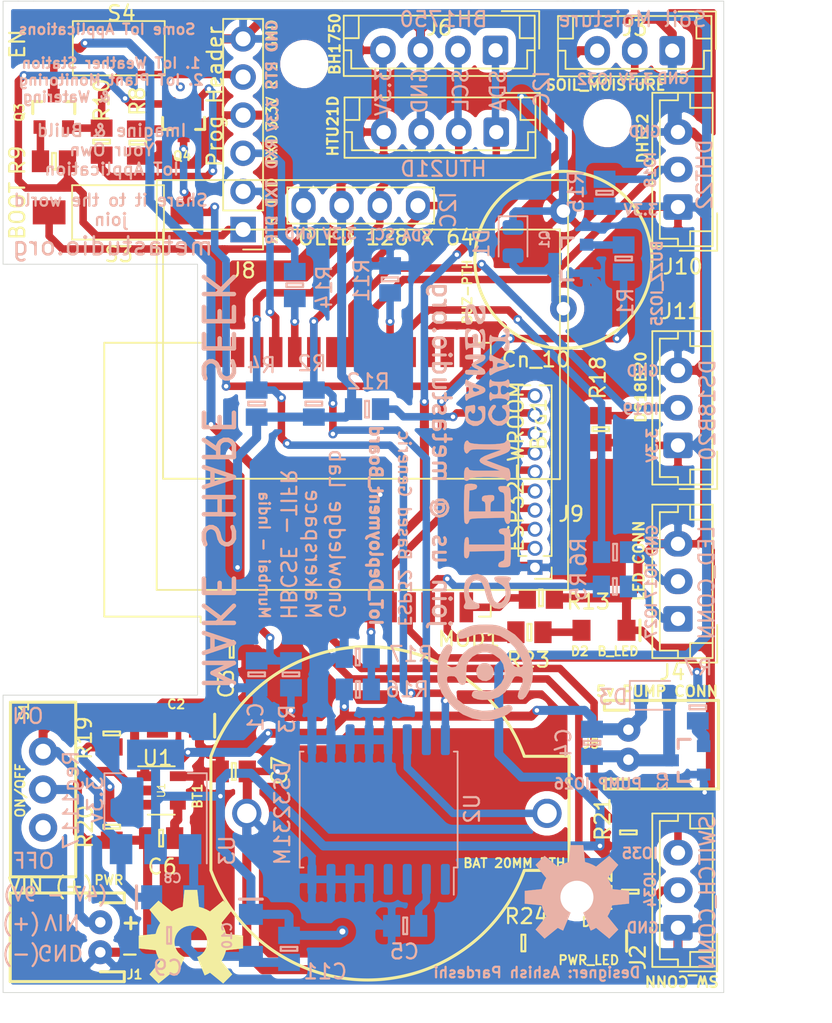
<source format=kicad_pcb>
(kicad_pcb (version 20171130) (host pcbnew 5.1.8-db9833491~88~ubuntu20.04.1)
  (layers (0 F.Cu signal) (31 B.Cu signal) (34 B.Paste user) (35 F.Paste user) (36 B.SilkS user) (37 F.SilkS user) (38 B.Mask user) (39 F.Mask user) (44 Edge.Cuts user))
  (net 0 "")
  (net 1 "Net-(U2-Pad4)")
  (net 2 "Net-(U2-Pad3)")
  (net 3 "Net-(U2-Pad1)")
  (net 4 3.3V)
  (net 5 GND)
  (net 6 SCL)
  (net 7 SDA)
  (net 8 "Net-(J1-Pad2)")
  (net 9 "Net-(Q1-Pad1)")
  (net 10 "Net-(S1-Pad1)")
  (net 11 "Net-(BT1-Pad1)")
  (net 12 S_Moist_Sensor)
  (net 13 Buzz_IO)
  (net 14 +3V3)
  (net 15 "Net-(MOD1-Pad37)")
  (net 16 "Net-(MOD1-Pad34)")
  (net 17 "Net-(MOD1-Pad32)")
  (net 18 "Net-(MOD1-Pad29)")
  (net 19 "Net-(MOD1-Pad27)")
  (net 20 "Net-(MOD1-Pad26)")
  (net 21 "Net-(MOD1-Pad14)")
  (net 22 "Net-(MOD1-Pad5)")
  (net 23 "Net-(MOD1-Pad4)")
  (net 24 "Net-(C4-Pad2)")
  (net 25 +4V)
  (net 26 "Net-(J4-Pad2)")
  (net 27 "Net-(J4-Pad1)")
  (net 28 "Net-(Q2-Pad1)")
  (net 29 LED_1)
  (net 30 LED_2)
  (net 31 Pump_IO)
  (net 32 EN)
  (net 33 IO0)
  (net 34 RTS)
  (net 35 "Net-(Q3-Pad1)")
  (net 36 DTR)
  (net 37 "Net-(Q4-Pad1)")
  (net 38 Sw_1)
  (net 39 Sw_2)
  (net 40 RXD)
  (net 41 TXD)
  (net 42 DHT22)
  (net 43 DS182B0)
  (net 44 Battery_Voltage)
  (net 45 "Net-(C6-Pad1)")
  (net 46 "Net-(R19-Pad1)")
  (net 47 "Net-(D1-Pad2)")
  (net 48 "Net-(C10-Pad-)")
  (net 49 "Net-(D2-PadA)")
  (net 50 Board_LED)
  (net 51 "Net-(D4-PadA)")
  (net 52 Pin_24)
  (net 53 Pin_23)
  (net 54 "Net-(J9-Pad7)")
  (net 55 "Net-(J9-Pad6)")
  (net 56 "Net-(J9-Pad5)")
  (net 57 "Net-(J9-Pad4)")
  (net 58 "Net-(J9-Pad3)")
  (net 59 Pin_16)
  (net 60 "Net-(J9-Pad8)")
  (module SGlogo:logoms2 (layer B.Cu) (at 176.911 87.503 90)
    (fp_text reference G*** hide)
    (fp_text value LOGO hide)
  )
  (module SGlogo:sglogo1 (layer B.Cu) (at 176.9745 101.854 90)
    (fp_text reference G*** hide)
    (fp_text value LOGO hide)
  )
  (module Aesthetics:OSHW-LOGO-L (layer B.Cu) (at 183.007 116.84 180)
    (fp_text reference "" (at 0 0) (layer F.SilkS) (effects (font (size 1.524 1.524))))
    (fp_text value "" (at 0 0) (layer F.SilkS) (effects (font (size 1.524 1.524))))
  )
  (module Aesthetics:OSHW-LOGO-L (layer F.Cu) (at 157.2895 119.8245)
    (fp_text reference "" (at 0 0) (layer F.SilkS) (effects (font (size 1.524 1.524))))
    (fp_text value "" (at 0 0) (layer F.SilkS) (effects (font (size 1.524 1.524))))
  )
  (module MountingHole:MountingHole_2.2mm_M2 (layer F.Cu) (at 183.007 116.84)
    (fp_text reference REF** hide)
    (fp_text value MountingHole_2.2mm_M2 hide)
    (pad 1 np_thru_hole circle (at 0 0) (size 2.2 2.2) (drill 2.2) (layers *.Cu *.Mask))
  )
  (module MountingHole:MountingHole_2.2mm_M2 (layer F.Cu) (at 185.039 65.278)
    (fp_text reference REF** hide)
    (fp_text value MountingHole_2.2mm_M2 hide)
    (pad 1 np_thru_hole circle (at 0 0) (size 2.2 2.2) (drill 2.2) (layers *.Cu *.Mask))
  )
  (module MountingHole:MountingHole_2.2mm_M2 (layer F.Cu) (at 164.846 61.341)
    (fp_text reference REF** hide)
    (fp_text value MountingHole_2.2mm_M2 hide)
    (pad 1 np_thru_hole circle (at 0 0) (size 2.2 2.2) (drill 2.2) (layers *.Cu *.Mask))
  )
  (module agg:0805 (layer F.Cu) (at 179.44 119.888 180)
    (fp_text reference R24 (at -0.2015 1.778 180) (layer F.SilkS))
    (fp_text value 470e hide)
    (pad 2 smd rect (at 0.9 0 180) (size 1.15 1.45) (layers F.Cu F.Paste F.Mask) (net 4 3.3V))
    (pad 1 smd rect (at -0.9 0 180) (size 1.15 1.45) (layers F.Cu F.Paste F.Mask) (net 51 "Net-(D4-PadA)"))
  )
  (module agg:0805 (layer F.Cu) (at 179.843 99.187 180)
    (fp_text reference R23 (at 0.0745 -1.8415 180) (layer F.SilkS))
    (fp_text value 470e hide)
    (pad 2 smd rect (at 0.9 0 180) (size 1.15 1.45) (layers F.Cu F.Paste F.Mask) (net 50 Board_LED))
    (pad 1 smd rect (at -0.9 0 180) (size 1.15 1.45) (layers F.Cu F.Paste F.Mask) (net 49 "Net-(D2-PadA)"))
  )
  (module agg:0805 (layer F.Cu) (at 186.563 116.47 90)
    (fp_text reference R22 (at 0.0745 -1.7145 90) (layer F.SilkS))
    (fp_text value 10k hide)
    (pad 2 smd rect (at 0.9 0 90) (size 1.15 1.45) (layers F.Cu F.Paste F.Mask) (net 4 3.3V))
    (pad 1 smd rect (at -0.9 0 90) (size 1.15 1.45) (layers F.Cu F.Paste F.Mask) (net 39 Sw_2))
  )
  (module agg:0805 (layer F.Cu) (at 186.436 112.522 270)
    (fp_text reference R21 (at -0.889 1.7145 90) (layer F.SilkS))
    (fp_text value 10k hide)
    (pad 2 smd rect (at 0.9 0 270) (size 1.15 1.45) (layers F.Cu F.Paste F.Mask) (net 4 3.3V))
    (pad 1 smd rect (at -0.9 0 270) (size 1.15 1.45) (layers F.Cu F.Paste F.Mask) (net 38 Sw_1))
  )
  (module agg:0805 (layer F.Cu) (at 152.019 112.141 90)
    (fp_text reference R20 (at 0 -1.778 90) (layer F.SilkS))
    (fp_text value 0805 hide)
    (pad 2 smd rect (at 0.9 0 90) (size 1.15 1.45) (layers F.Cu F.Paste F.Mask) (net 46 "Net-(R19-Pad1)"))
    (pad 1 smd rect (at -0.9 0 90) (size 1.15 1.45) (layers F.Cu F.Paste F.Mask) (net 5 GND))
  )
  (module agg:0805 (layer F.Cu) (at 152.019 105.929 90)
    (fp_text reference R19 (at -0.3065 -1.8415 90) (layer F.SilkS))
    (fp_text value 0805 hide)
    (pad 2 smd rect (at 0.9 0 90) (size 1.15 1.45) (layers F.Cu F.Paste F.Mask) (net 25 +4V))
    (pad 1 smd rect (at -0.9 0 90) (size 1.15 1.45) (layers F.Cu F.Paste F.Mask) (net 46 "Net-(R19-Pad1)"))
  )
  (module agg:0805 (layer F.Cu) (at 184.5945 85.6615 270)
    (fp_text reference R18 (at -3.429 0.1905 90) (layer F.SilkS))
    (fp_text value 10k hide)
    (pad 2 smd rect (at 0.9 0 270) (size 1.15 1.45) (layers F.Cu F.Paste F.Mask) (net 4 3.3V))
    (pad 1 smd rect (at -0.9 0 270) (size 1.15 1.45) (layers F.Cu F.Paste F.Mask) (net 43 DS182B0))
  )
  (module agg:0805 (layer B.Cu) (at 168.402 100.838)
    (fp_text reference R17 (at 3.556 -0.1905) (layer B.SilkS) (effects (justify mirror)))
    (fp_text value 0805 hide)
    (pad 2 smd rect (at 0.9 0) (size 1.15 1.45) (layers B.Cu B.Paste B.Mask) (net 44 Battery_Voltage))
    (pad 1 smd rect (at -0.9 0) (size 1.15 1.45) (layers B.Cu B.Paste B.Mask) (net 5 GND))
  )
  (module agg:0805 (layer B.Cu) (at 168.413 102.997 180)
    (fp_text reference R16 (at -3.291 0) (layer B.SilkS) (effects (justify mirror)))
    (fp_text value 0805 hide)
    (pad 2 smd rect (at 0.9 0 180) (size 1.15 1.45) (layers B.Cu B.Paste B.Mask) (net 25 +4V))
    (pad 1 smd rect (at -0.9 0 180) (size 1.15 1.45) (layers B.Cu B.Paste B.Mask) (net 44 Battery_Voltage))
  )
  (module agg:0805 (layer B.Cu) (at 184.8485 69.9135 270)
    (fp_text reference R15 (at -0.0745 1.905 90) (layer B.SilkS) (effects (justify mirror)))
    (fp_text value 10k hide)
    (pad 2 smd rect (at 0.9 0 270) (size 1.15 1.45) (layers B.Cu B.Paste B.Mask) (net 4 3.3V))
    (pad 1 smd rect (at -0.9 0 270) (size 1.15 1.45) (layers B.Cu B.Paste B.Mask) (net 42 DHT22))
  )
  (module agg:0805 (layer B.Cu) (at 164.211 76.062 270)
    (fp_text reference R14 (at 0.138 -1.9685 270) (layer B.SilkS) (effects (justify mirror)))
    (fp_text value 470e hide)
    (pad 2 smd rect (at 0.9 0 270) (size 1.15 1.45) (layers B.Cu B.Paste B.Mask) (net 16 "Net-(MOD1-Pad34)"))
    (pad 1 smd rect (at -0.9 0 270) (size 1.15 1.45) (layers B.Cu B.Paste B.Mask) (net 40 RXD))
  )
  (module agg:0805 (layer F.Cu) (at 180.605 96.901)
    (fp_text reference R13 (at 3.164 0.254 180) (layer F.SilkS))
    (fp_text value 10k hide)
    (pad 2 smd rect (at 0.9 0) (size 1.15 1.45) (layers F.Cu F.Paste F.Mask) (net 5 GND))
    (pad 1 smd rect (at -0.9 0) (size 1.15 1.45) (layers F.Cu F.Paste F.Mask) (net 21 "Net-(MOD1-Pad14)"))
  )
  (module agg:0805 (layer B.Cu) (at 169.026 84.328 180)
    (fp_text reference R12 (at -0.0745 1.8415) (layer B.SilkS) (effects (justify mirror)))
    (fp_text value 10k hide)
    (pad 2 smd rect (at 0.9 0 180) (size 1.15 1.45) (layers B.Cu B.Paste B.Mask) (net 4 3.3V))
    (pad 1 smd rect (at -0.9 0 180) (size 1.15 1.45) (layers B.Cu B.Paste B.Mask) (net 53 Pin_23))
  )
  (module agg:0805 (layer B.Cu) (at 170.561 75.681 90)
    (fp_text reference R11 (at -0.0745 -1.905 270) (layer B.SilkS) (effects (justify mirror)))
    (fp_text value 10k hide)
    (pad 2 smd rect (at 0.9 0 90) (size 1.15 1.45) (layers B.Cu B.Paste B.Mask) (net 5 GND))
    (pad 1 smd rect (at -0.9 0 90) (size 1.15 1.45) (layers B.Cu B.Paste B.Mask) (net 18 "Net-(MOD1-Pad29)"))
  )
  (module agg:0805 (layer F.Cu) (at 151.3459 66.5099 270)
    (fp_text reference R10 (at -2.7559 0 90) (layer F.SilkS))
    (fp_text value 10k hide)
    (pad 2 smd rect (at 0.9 0 270) (size 1.15 1.45) (layers F.Cu F.Paste F.Mask) (net 37 "Net-(Q4-Pad1)"))
    (pad 1 smd rect (at -0.9 0 270) (size 1.15 1.45) (layers F.Cu F.Paste F.Mask) (net 34 RTS))
  )
  (module agg:0805 (layer F.Cu) (at 148.1709 67.818 180)
    (fp_text reference R9 (at 2.4384 0.0635 90) (layer F.SilkS))
    (fp_text value 10k hide)
    (pad 2 smd rect (at 0.9 0 180) (size 1.15 1.45) (layers F.Cu F.Paste F.Mask) (net 35 "Net-(Q3-Pad1)"))
    (pad 1 smd rect (at -0.9 0 180) (size 1.15 1.45) (layers F.Cu F.Paste F.Mask) (net 36 DTR))
  )
  (module agg:0805 (layer F.Cu) (at 153.7589 66.5734 270)
    (fp_text reference R8 (at -2.7559 0.0254 90) (layer F.SilkS))
    (fp_text value 10k hide)
    (pad 2 smd rect (at 0.9 0 270) (size 1.15 1.45) (layers F.Cu F.Paste F.Mask) (net 4 3.3V))
    (pad 1 smd rect (at -0.9 0 270) (size 1.15 1.45) (layers F.Cu F.Paste F.Mask) (net 33 IO0))
  )
  (module agg:0805 (layer B.Cu) (at 191.0588 104.1908 270)
    (fp_text reference R7 (at -2.6543 -0.0127 180) (layer B.SilkS) (effects (justify mirror)))
    (fp_text value 1k hide)
    (pad 2 smd rect (at 0.9 0 270) (size 1.15 1.45) (layers B.Cu B.Paste B.Mask) (net 28 "Net-(Q2-Pad1)"))
    (pad 1 smd rect (at -0.9 0 270) (size 1.15 1.45) (layers B.Cu B.Paste B.Mask) (net 31 Pump_IO))
  )
  (module agg:0805 (layer B.Cu) (at 185.547 93.853)
    (fp_text reference R6 (at -2.425 0 -90) (layer B.SilkS) (effects (justify mirror)))
    (fp_text value 470e hide)
    (pad 2 smd rect (at 0.9 0) (size 1.15 1.45) (layers B.Cu B.Paste B.Mask) (net 26 "Net-(J4-Pad2)"))
    (pad 1 smd rect (at -0.9 0) (size 1.15 1.45) (layers B.Cu B.Paste B.Mask) (net 30 LED_2))
  )
  (module agg:0805 (layer B.Cu) (at 185.536 96.139)
    (fp_text reference R5 (at -2.425 0 -90) (layer B.SilkS) (effects (justify mirror)))
    (fp_text value 470e hide)
    (pad 2 smd rect (at 0.9 0) (size 1.15 1.45) (layers B.Cu B.Paste B.Mask) (net 27 "Net-(J4-Pad1)"))
    (pad 1 smd rect (at -0.9 0) (size 1.15 1.45) (layers B.Cu B.Paste B.Mask) (net 29 LED_1))
  )
  (module agg:0805 (layer B.Cu) (at 161.671 83.958 90)
    (fp_text reference R4 (at 2.551 0.3175) (layer B.SilkS) (effects (justify mirror)))
    (fp_text value 10k hide)
    (pad 2 smd rect (at 0.9 0 90) (size 1.15 1.45) (layers B.Cu B.Paste B.Mask) (net 6 SCL))
    (pad 1 smd rect (at -0.9 0 90) (size 1.15 1.45) (layers B.Cu B.Paste B.Mask) (net 4 3.3V))
  )
  (module agg:0805 (layer B.Cu) (at 163.957 101.992 90)
    (fp_text reference R3 (at -2.9735 -0.254 270) (layer B.SilkS) (effects (justify mirror)))
    (fp_text value 10k hide)
    (pad 2 smd rect (at 0.9 0 90) (size 1.15 1.45) (layers B.Cu B.Paste B.Mask) (net 32 EN))
    (pad 1 smd rect (at -0.9 0 90) (size 1.15 1.45) (layers B.Cu B.Paste B.Mask) (net 4 3.3V))
  )
  (module agg:0805 (layer B.Cu) (at 165.481 83.958 90)
    (fp_text reference R2 (at 2.678 -0.127 180) (layer B.SilkS) (effects (justify mirror)))
    (fp_text value 10k hide)
    (pad 2 smd rect (at 0.9 0 90) (size 1.15 1.45) (layers B.Cu B.Paste B.Mask) (net 7 SDA))
    (pad 1 smd rect (at -0.9 0 90) (size 1.15 1.45) (layers B.Cu B.Paste B.Mask) (net 4 3.3V))
  )
  (module agg:0805 (layer B.Cu) (at 186.1185 74.295 90)
    (fp_text reference R1 (at -2.921 0.127 90) (layer B.SilkS) (effects (justify mirror)))
    (fp_text value 1k hide)
    (pad 2 smd rect (at 0.9 0 90) (size 1.15 1.45) (layers B.Cu B.Paste B.Mask) (net 9 "Net-(Q1-Pad1)"))
    (pad 1 smd rect (at -0.9 0 90) (size 1.15 1.45) (layers B.Cu B.Paste B.Mask) (net 13 Buzz_IO))
  )
  (module agg:0805 (layer B.Cu) (at 163.83 120.28 270)
    (fp_text reference C11 (at 1.513 -2.413 180) (layer B.SilkS) (effects (justify mirror)))
    (fp_text value "0.1 UF" hide)
    (pad 2 smd rect (at 0.9 0 270) (size 1.15 1.45) (layers B.Cu B.Paste B.Mask) (net 48 "Net-(C10-Pad-)"))
    (pad 1 smd rect (at -0.9 0 270) (size 1.15 1.45) (layers B.Cu B.Paste B.Mask) (net 4 3.3V))
  )
  (module agg:0805 (layer B.Cu) (at 155.84 119.38)
    (fp_text reference C9 (at -0.0745 2.159) (layer B.SilkS) (effects (justify mirror)))
    (fp_text value "0.1 UF" hide)
    (pad 2 smd rect (at 0.9 0) (size 1.15 1.45) (layers B.Cu B.Paste B.Mask) (net 48 "Net-(C10-Pad-)"))
    (pad 1 smd rect (at -0.9 0) (size 1.15 1.45) (layers B.Cu B.Paste B.Mask) (net 25 +4V))
  )
  (module agg:0805 (layer F.Cu) (at 160.147 108.458)
    (fp_text reference C7 (at 3.048 -0.0635 90) (layer F.SilkS))
    (fp_text value "2.2 uF" hide)
    (pad 2 smd rect (at 0.9 0) (size 1.15 1.45) (layers F.Cu F.Paste F.Mask) (net 5 GND))
    (pad 1 smd rect (at -0.9 0) (size 1.15 1.45) (layers F.Cu F.Paste F.Mask) (net 4 3.3V))
  )
  (module agg:0805 (layer F.Cu) (at 155.31 112.903 180)
    (fp_text reference C6 (at -0.0745 -1.905 180) (layer F.SilkS))
    (fp_text value "470 pF" hide)
    (pad 2 smd rect (at 0.9 0 180) (size 1.15 1.45) (layers F.Cu F.Paste F.Mask) (net 5 GND))
    (pad 1 smd rect (at -0.9 0 180) (size 1.15 1.45) (layers F.Cu F.Paste F.Mask) (net 45 "Net-(C6-Pad1)"))
  )
  (module agg:0805 (layer B.Cu) (at 171.566 118.745 180)
    (fp_text reference C5 (at 0.0525 -1.7145) (layer B.SilkS) (effects (justify mirror)))
    (fp_text value "0.1 UF" hide)
    (pad 2 smd rect (at 0.9 0 180) (size 1.15 1.45) (layers B.Cu B.Paste B.Mask) (net 5 GND))
    (pad 1 smd rect (at -0.9 0 180) (size 1.15 1.45) (layers B.Cu B.Paste B.Mask) (net 14 +3V3))
  )
  (module agg:0805 (layer B.Cu) (at 184.0103 106.553 270)
    (fp_text reference C4 (at 0 1.8923 270) (layer B.SilkS) (effects (justify mirror)))
    (fp_text value "0.1 UF" hide)
    (pad 2 smd rect (at 0.9 0 270) (size 1.15 1.45) (layers B.Cu B.Paste B.Mask) (net 24 "Net-(C4-Pad2)"))
    (pad 1 smd rect (at -0.9 0 270) (size 1.15 1.45) (layers B.Cu B.Paste B.Mask) (net 25 +4V))
  )
  (module agg:0805 (layer F.Cu) (at 160.009 100.33 180)
    (fp_text reference C3 (at 0.37 -2.286 90) (layer F.SilkS))
    (fp_text value "0.1 UF" hide)
    (pad 2 smd rect (at 0.9 0 180) (size 1.15 1.45) (layers F.Cu F.Paste F.Mask) (net 5 GND))
    (pad 1 smd rect (at -0.9 0 180) (size 1.15 1.45) (layers F.Cu F.Paste F.Mask) (net 4 3.3V))
  )
  (module agg:0805 (layer B.Cu) (at 161.671 101.992 270)
    (fp_text reference C1 (at 2.8465 0.0635 270) (layer B.SilkS) (effects (justify mirror)))
    (fp_text value "1 UF" hide)
    (pad 2 smd rect (at 0.9 0 270) (size 1.15 1.45) (layers B.Cu B.Paste B.Mask) (net 5 GND))
    (pad 1 smd rect (at -0.9 0 270) (size 1.15 1.45) (layers B.Cu B.Paste B.Mask) (net 32 EN))
  )
  (module Connector_PinHeader_1.27mm:PinHeader_1x10_P1.27mm_Vertical (layer F.Cu) (at 180.213 94.869 180)
    (fp_text reference J9 (at -2.413 3.556) (layer F.SilkS))
    (fp_text value Cn_10 (at -0.0635 13.843) (layer F.SilkS))
    (pad 10 thru_hole oval (at 0 11.43 180) (size 1 1) (drill 0.65) (layers *.Cu *.Mask) (net 52 Pin_24))
    (pad 9 thru_hole oval (at 0 10.16 180) (size 1 1) (drill 0.65) (layers *.Cu *.Mask) (net 53 Pin_23))
    (pad 8 thru_hole oval (at 0 8.89 180) (size 1 1) (drill 0.65) (layers *.Cu *.Mask) (net 60 "Net-(J9-Pad8)"))
    (pad 7 thru_hole oval (at 0 7.62 180) (size 1 1) (drill 0.65) (layers *.Cu *.Mask) (net 54 "Net-(J9-Pad7)"))
    (pad 6 thru_hole oval (at 0 6.35 180) (size 1 1) (drill 0.65) (layers *.Cu *.Mask) (net 55 "Net-(J9-Pad6)"))
    (pad 5 thru_hole oval (at 0 5.08 180) (size 1 1) (drill 0.65) (layers *.Cu *.Mask) (net 56 "Net-(J9-Pad5)"))
    (pad 4 thru_hole oval (at 0 3.81 180) (size 1 1) (drill 0.65) (layers *.Cu *.Mask) (net 57 "Net-(J9-Pad4)"))
    (pad 3 thru_hole oval (at 0 2.54 180) (size 1 1) (drill 0.65) (layers *.Cu *.Mask) (net 58 "Net-(J9-Pad3)"))
    (pad 2 thru_hole oval (at 0 1.27 180) (size 1 1) (drill 0.65) (layers *.Cu *.Mask) (net 59 Pin_16))
    (pad 1 thru_hole rect (at 0 0 180) (size 1 1) (drill 0.65) (layers *.Cu *.Mask) (net 5 GND))
  )
  (module LED:LED-1206 (layer F.Cu) (at 183.9214 119.761)
    (fp_text reference D4 (at 0 -1.27) (layer F.SilkS) (effects (font (size 0.6096 0.6096) (thickness 0.127))))
    (fp_text value PWR_LED (at -0.127 1.27) (layer F.SilkS) (effects (font (size 0.6096 0.6096) (thickness 0.127))))
    (pad C smd rect (at 1.4986 0) (size 1.19888 1.39954) (layers F.Cu F.Paste F.Mask) (net 5 GND))
    (pad A smd rect (at -1.4986 0) (size 1.19888 1.39954) (layers F.Cu F.Paste F.Mask) (net 51 "Net-(D4-PadA)"))
  )
  (module LED:LED-1206 (layer F.Cu) (at 184.8104 99.06)
    (fp_text reference D2 (at -1.6129 1.397) (layer F.SilkS) (effects (font (size 0.6096 0.6096) (thickness 0.127))))
    (fp_text value B_LED (at 0.9271 1.397) (layer F.SilkS) (effects (font (size 0.6096 0.6096) (thickness 0.127))))
    (pad C smd rect (at 1.4986 0) (size 1.19888 1.39954) (layers F.Cu F.Paste F.Mask) (net 5 GND))
    (pad A smd rect (at -1.4986 0) (size 1.19888 1.39954) (layers F.Cu F.Paste F.Mask) (net 49 "Net-(D2-PadA)"))
  )
  (module Package_TO_SOT_SMD:SOT-223-3_TabPin2 (layer B.Cu) (at 154.94 110.49 90)
    (fp_text reference U3 (at -3.2385 4.7625 90) (layer B.SilkS) (effects (justify mirror)))
    (fp_text value AMS1117-3.3 hide)
    (pad 1 smd rect (at -3.15 2.3 90) (size 2 1.5) (layers B.Cu B.Paste B.Mask) (net 48 "Net-(C10-Pad-)"))
    (pad 3 smd rect (at -3.15 -2.3 90) (size 2 1.5) (layers B.Cu B.Paste B.Mask) (net 25 +4V))
    (pad 2 smd rect (at -3.15 0 90) (size 2 1.5) (layers B.Cu B.Paste B.Mask) (net 4 3.3V))
    (pad 2 smd rect (at 3.15 0 90) (size 2 3.8) (layers B.Cu B.Paste B.Mask) (net 4 3.3V))
  )
  (module Capacitors:EIA3216 (layer B.Cu) (at 161.29 119.38 90)
    (fp_text reference C10 (at -0.0127 -1.5875 270) (layer B.SilkS) (effects (font (size 0.6096 0.6096) (thickness 0.127)) (justify mirror)))
    (fp_text value 10UF hide)
    (pad - smd rect (at -1.39954 0) (size 1.59766 1.39954) (layers B.Cu B.Paste B.Mask) (net 48 "Net-(C10-Pad-)"))
    (pad + smd rect (at 1.39954 0) (size 1.59766 1.39954) (layers B.Cu B.Paste B.Mask) (net 4 3.3V))
  )
  (module Capacitors:EIA3216 (layer B.Cu) (at 156.08046 116.84 180)
    (fp_text reference C8 (at 0.01016 1.27) (layer B.SilkS) (effects (font (size 0.6096 0.6096) (thickness 0.127)) (justify mirror)))
    (fp_text value 10UF hide)
    (pad - smd rect (at -1.39954 0 90) (size 1.59766 1.39954) (layers B.Cu B.Paste B.Mask) (net 48 "Net-(C10-Pad-)"))
    (pad + smd rect (at 1.39954 0 90) (size 1.59766 1.39954) (layers B.Cu B.Paste B.Mask) (net 25 +4V))
  )
  (module Package_TO_SOT_SMD:SOT-23-5 (layer F.Cu) (at 155.321 109.728)
    (fp_text reference U1 (at -0.254 -2.159) (layer F.SilkS))
    (fp_text value MIC5219-3v3 hide)
    (fp_text user %R (at 0 0 90) (layer F.SilkS) (effects (font (size 0.5 0.5) (thickness 0.075))))
    (pad 5 smd rect (at 1.1 -0.95) (size 1.06 0.65) (layers F.Cu F.Paste F.Mask) (net 4 3.3V))
    (pad 4 smd rect (at 1.1 0.95) (size 1.06 0.65) (layers F.Cu F.Paste F.Mask) (net 45 "Net-(C6-Pad1)"))
    (pad 3 smd rect (at -1.1 0.95) (size 1.06 0.65) (layers F.Cu F.Paste F.Mask) (net 46 "Net-(R19-Pad1)"))
    (pad 2 smd rect (at -1.1 0) (size 1.06 0.65) (layers F.Cu F.Paste F.Mask) (net 5 GND))
    (pad 1 smd rect (at -1.1 -0.95) (size 1.06 0.65) (layers F.Cu F.Paste F.Mask) (net 25 +4V))
  )
  (module Connector_JST:JST_EH_B3B-EH-A_1x03_P2.50mm_Vertical (layer F.Cu) (at 189.738 118.872 90)
    (fp_text reference J2 hide)
    (fp_text value Switch_Conn hide)
    (fp_text user %R (at -1.9685 -2.667 90) (layer F.SilkS))
    (pad 3 thru_hole oval (at 5 0 90) (size 1.7 1.95) (drill 0.95) (layers *.Cu *.Mask) (net 38 Sw_1))
    (pad 2 thru_hole oval (at 2.5 0 90) (size 1.7 1.95) (drill 0.95) (layers *.Cu *.Mask) (net 39 Sw_2))
    (pad 1 thru_hole roundrect (at 0 0 90) (size 1.7 1.95) (drill 0.95) (layers *.Cu *.Mask) (roundrect_rratio 0.1470588235294118) (net 5 GND))
  )
  (module Connector_JST:JST_EH_B3B-EH-A_1x03_P2.50mm_Vertical (layer F.Cu) (at 189.357 60.452 180)
    (fp_text reference J3 hide)
    (fp_text value Soil_Moisture hide)
    (fp_text user %R (at 2.5 1.5) (layer F.SilkS))
    (pad 3 thru_hole oval (at 5 0 180) (size 1.7 1.95) (drill 0.95) (layers *.Cu *.Mask) (net 12 S_Moist_Sensor))
    (pad 2 thru_hole oval (at 2.5 0 180) (size 1.7 1.95) (drill 0.95) (layers *.Cu *.Mask) (net 4 3.3V))
    (pad 1 thru_hole roundrect (at 0 0 180) (size 1.7 1.95) (drill 0.95) (layers *.Cu *.Mask) (roundrect_rratio 0.1470588235294118) (net 5 GND))
  )
  (module Connector_JST:JST_EH_B3B-EH-A_1x03_P2.50mm_Vertical (layer F.Cu) (at 189.738 86.741 90)
    (fp_text reference J11 hide)
    (fp_text value DS18B20 hide)
    (fp_text user %R (at 8.9281 0.2286 180) (layer F.SilkS))
    (pad 3 thru_hole oval (at 5 0 90) (size 1.7 1.95) (drill 0.95) (layers *.Cu *.Mask) (net 5 GND))
    (pad 2 thru_hole oval (at 2.5 0 90) (size 1.7 1.95) (drill 0.95) (layers *.Cu *.Mask) (net 43 DS182B0))
    (pad 1 thru_hole roundrect (at 0 0 90) (size 1.7 1.95) (drill 0.95) (layers *.Cu *.Mask) (roundrect_rratio 0.1470588235294118) (net 4 3.3V))
  )
  (module Connector_JST:JST_EH_B3B-EH-A_1x03_P2.50mm_Vertical (layer F.Cu) (at 189.738 70.866 90)
    (fp_text reference J10 hide)
    (fp_text value DHT22 hide)
    (fp_text user %R (at -3.9751 0.3175 180) (layer F.SilkS))
    (pad 3 thru_hole oval (at 5 0 90) (size 1.7 1.95) (drill 0.95) (layers *.Cu *.Mask) (net 5 GND))
    (pad 2 thru_hole oval (at 2.5 0 90) (size 1.7 1.95) (drill 0.95) (layers *.Cu *.Mask) (net 42 DHT22))
    (pad 1 thru_hole roundrect (at 0 0 90) (size 1.7 1.95) (drill 0.95) (layers *.Cu *.Mask) (roundrect_rratio 0.1470588235294118) (net 4 3.3V))
  )
  (module Connector_JST:JST_EH_B4B-EH-A_1x04_P2.50mm_Vertical (layer F.Cu) (at 177.6349 65.8749 180)
    (fp_text reference J7 hide)
    (fp_text value HTUI2D hide)
    (pad 4 thru_hole oval (at 7.5 0 180) (size 1.7 1.95) (drill 0.95) (layers *.Cu *.Mask) (net 4 3.3V))
    (pad 3 thru_hole oval (at 5 0 180) (size 1.7 1.95) (drill 0.95) (layers *.Cu *.Mask) (net 5 GND))
    (pad 2 thru_hole oval (at 2.5 0 180) (size 1.7 1.95) (drill 0.95) (layers *.Cu *.Mask) (net 6 SCL))
    (pad 1 thru_hole roundrect (at 0 0 180) (size 1.7 1.95) (drill 0.95) (layers *.Cu *.Mask) (roundrect_rratio 0.1470588235294118) (net 7 SDA))
  )
  (module Connector_JST:JST_EH_B4B-EH-A_1x04_P2.50mm_Vertical (layer F.Cu) (at 177.5841 60.4266 180)
    (fp_text reference J6 hide)
    (fp_text value BH1750 hide)
    (fp_text user %R (at 3.75 1.5) (layer F.SilkS))
    (pad 4 thru_hole oval (at 7.5 0 180) (size 1.7 1.95) (drill 0.95) (layers *.Cu *.Mask) (net 4 3.3V))
    (pad 3 thru_hole oval (at 5 0 180) (size 1.7 1.95) (drill 0.95) (layers *.Cu *.Mask) (net 5 GND))
    (pad 2 thru_hole oval (at 2.5 0 180) (size 1.7 1.95) (drill 0.95) (layers *.Cu *.Mask) (net 6 SCL))
    (pad 1 thru_hole roundrect (at 0 0 180) (size 1.7 1.95) (drill 0.95) (layers *.Cu *.Mask) (roundrect_rratio 0.1470588235294118) (net 7 SDA))
  )
  (module Connector_JST:JST_EH_B3B-EH-A_1x03_P2.50mm_Vertical (layer F.Cu) (at 189.738 98.298 90)
    (fp_text reference J4 hide)
    (fp_text value LED_CONN hide)
    (fp_text user %R (at -3.556 -0.381 180) (layer F.SilkS))
    (pad 3 thru_hole oval (at 5 0 90) (size 1.7 1.95) (drill 0.95) (layers *.Cu *.Mask) (net 5 GND))
    (pad 2 thru_hole oval (at 2.5 0 90) (size 1.7 1.95) (drill 0.95) (layers *.Cu *.Mask) (net 26 "Net-(J4-Pad2)"))
    (pad 1 thru_hole roundrect (at 0 0 90) (size 1.7 1.95) (drill 0.95) (layers *.Cu *.Mask) (roundrect_rratio 0.1470588235294118) (net 27 "Net-(J4-Pad1)"))
  )
  (module Connector_PinHeader_2.54mm:PinHeader_1x06_P2.54mm_Vertical (layer F.Cu) (at 160.7693 72.3646 180)
    (fp_text reference J8 (at 0.0127 -2.7305) (layer F.SilkS))
    (fp_text value Prog_Header (at 1.8923 8.8646 90) (layer F.SilkS))
    (pad 6 thru_hole oval (at 0 12.7 180) (size 1.7 1.7) (drill 1) (layers *.Cu *.Mask) (net 5 GND))
    (pad 5 thru_hole oval (at 0 10.16 180) (size 1.7 1.7) (drill 1) (layers *.Cu *.Mask) (net 34 RTS))
    (pad 4 thru_hole oval (at 0 7.62 180) (size 1.7 1.7) (drill 1) (layers *.Cu *.Mask) (net 4 3.3V))
    (pad 3 thru_hole oval (at 0 5.08 180) (size 1.7 1.7) (drill 1) (layers *.Cu *.Mask) (net 40 RXD))
    (pad 2 thru_hole oval (at 0 2.54 180) (size 1.7 1.7) (drill 1) (layers *.Cu *.Mask) (net 41 TXD))
    (pad 1 thru_hole rect (at 0 0 180) (size 1.7 1.7) (drill 1) (layers *.Cu *.Mask) (net 36 DTR))
  )
  (module Button_Switch_SMD:SW_SPST_FSMSM (layer F.Cu) (at 152.4889 60.2869)
    (fp_text reference S4 hide)
    (fp_text value EN hide)
    (fp_text user %R (at 0.1778 -2.3241) (layer F.SilkS))
    (pad 2 smd rect (at 4.59 0) (size 2.18 1.6) (layers F.Cu F.Paste F.Mask) (net 5 GND))
    (pad 1 smd rect (at -4.59 0) (size 2.18 1.6) (layers F.Cu F.Paste F.Mask) (net 32 EN))
  )
  (module Button_Switch_SMD:SW_SPST_FSMSM (layer F.Cu) (at 152.4381 71.2216 180)
    (fp_text reference S3 (at -0.0508 -2.794) (layer F.SilkS))
    (fp_text value Boot hide)
    (pad 2 smd rect (at 4.59 0 180) (size 2.18 1.6) (layers F.Cu F.Paste F.Mask) (net 5 GND))
    (pad 1 smd rect (at -4.59 0 180) (size 2.18 1.6) (layers F.Cu F.Paste F.Mask) (net 33 IO0))
  )
  (module Diode_SMD:D_0805_2012Metric (layer B.Cu) (at 178.7525 73.1647 270)
    (fp_text reference D1 (at 0.1143 2.0955 270) (layer B.SilkS) (effects (justify mirror)))
    (fp_text value 1N4001 hide)
    (pad 2 smd roundrect (at 0.9375 0 270) (size 0.975 1.4) (layers B.Cu B.Paste B.Mask) (net 47 "Net-(D1-Pad2)"))
    (pad 1 smd roundrect (at -0.9375 0 270) (size 0.975 1.4) (layers B.Cu B.Paste B.Mask) (net 4 3.3V))
  )
  (module Diode_SMD:D_0805_2012Metric (layer B.Cu) (at 188.214 103.3907)
    (fp_text reference D3 (at -2.794 0.1143 180) (layer B.SilkS) (effects (justify mirror)))
    (fp_text value 1N4001 hide)
    (pad 2 smd roundrect (at 0.9375 0) (size 0.975 1.4) (layers B.Cu B.Paste B.Mask) (net 24 "Net-(C4-Pad2)"))
    (pad 1 smd roundrect (at -0.9375 0) (size 0.975 1.4) (layers B.Cu B.Paste B.Mask) (net 25 +4V))
  )
  (module Switches:SWITCH_SPDT_PTH_11.6X4.0MM (layer F.Cu) (at 147.447 109.6645 180)
    (fp_text reference S1 (at 1.27 5.207 90) (layer F.SilkS) (effects (font (size 0.6096 0.6096) (thickness 0.127))))
    (fp_text value ON/OFF (at 1.524 -0.0635 90) (layer F.SilkS) (effects (font (size 0.6096 0.6096) (thickness 0.127))))
    (pad 3 thru_hole circle (at 0 2.54 180) (size 1.8796 1.8796) (drill 1.016) (layers *.Cu *.Mask) (net 25 +4V))
    (pad 2 thru_hole circle (at 0 0 180) (size 1.8796 1.8796) (drill 1.016) (layers *.Cu *.Mask) (net 8 "Net-(J1-Pad2)"))
    (pad 1 thru_hole circle (at 0 -2.54 180) (size 1.8796 1.8796) (drill 1.016) (layers *.Cu *.Mask) (net 10 "Net-(S1-Pad1)"))
  )
  (module Silicon-Standard:SOT23-3 (layer F.Cu) (at 156.8069 64.9986 180)
    (fp_text reference Q4 (at 0.1016 -2.4765 180) (layer F.SilkS) (effects (font (size 0.6096 0.6096) (thickness 0.127))))
    (fp_text value MMBT2222A2 hide)
    (pad 3 smd rect (at 0 -1.09982 180) (size 0.79756 0.89916) (layers F.Cu F.Paste F.Mask) (net 33 IO0))
    (pad 2 smd rect (at 0.94996 0.99822 180) (size 0.79756 0.89916) (layers F.Cu F.Paste F.Mask) (net 36 DTR))
    (pad 1 smd rect (at -0.94996 0.99822 180) (size 0.79756 0.89916) (layers F.Cu F.Paste F.Mask) (net 37 "Net-(Q4-Pad1)"))
  )
  (module Silicon-Standard:SOT23-3 (layer F.Cu) (at 148.1582 64.5414)
    (fp_text reference Q3 (at -2.286 0.0254 90) (layer F.SilkS) (effects (font (size 0.6096 0.6096) (thickness 0.127))))
    (fp_text value MMBT2222A2 hide)
    (pad 3 smd rect (at 0 -1.09982) (size 0.79756 0.89916) (layers F.Cu F.Paste F.Mask) (net 32 EN))
    (pad 2 smd rect (at 0.94996 0.99822) (size 0.79756 0.89916) (layers F.Cu F.Paste F.Mask) (net 34 RTS))
    (pad 1 smd rect (at -0.94996 0.99822) (size 0.79756 0.89916) (layers F.Cu F.Paste F.Mask) (net 35 "Net-(Q3-Pad1)"))
  )
  (module Silicon-Standard:SOT23-3 (layer B.Cu) (at 190.4492 107.7214 270)
    (fp_text reference Q2 (at 1.3716 1.7272 270) (layer B.SilkS) (effects (font (size 0.6096 0.6096) (thickness 0.127)) (justify mirror)))
    (fp_text value MMBT2222A2 hide)
    (pad 3 smd rect (at 0 1.09982 270) (size 0.79756 0.89916) (layers B.Cu B.Paste B.Mask) (net 24 "Net-(C4-Pad2)"))
    (pad 2 smd rect (at 0.94996 -0.99822 270) (size 0.79756 0.89916) (layers B.Cu B.Paste B.Mask) (net 5 GND))
    (pad 1 smd rect (at -0.94996 -0.99822 270) (size 0.79756 0.89916) (layers B.Cu B.Paste B.Mask) (net 28 "Net-(Q2-Pad1)"))
  )
  (module Connectors:JST-2-PTH (layer F.Cu) (at 186.436 106.68 270)
    (fp_text reference J5 (at -0.0635 2.4765) (layer F.SilkS) (effects (font (size 0.6096 0.6096) (thickness 0.127))))
    (fp_text value Pump_Conn hide)
    (pad 2 thru_hole circle (at 0.99822 0 270) (size 1.59766 1.59766) (drill 0.6985) (layers *.Cu *.Mask) (net 24 "Net-(C4-Pad2)"))
    (pad 1 thru_hole circle (at -0.99822 0 270) (size 1.59766 1.59766) (drill 0.6985) (layers *.Cu *.Mask) (net 25 +4V))
  )
  (module Capacitors:EIA3216 (layer F.Cu) (at 156.464 105.41)
    (fp_text reference C2 (at -0.1524 -1.4224) (layer F.SilkS) (effects (font (size 0.6096 0.6096) (thickness 0.127))))
    (fp_text value 10UF hide)
    (pad - smd rect (at -1.39954 0 90) (size 1.59766 1.39954) (layers F.Cu F.Paste F.Mask) (net 5 GND))
    (pad + smd rect (at 1.39954 0 90) (size 1.59766 1.39954) (layers F.Cu F.Paste F.Mask) (net 4 3.3V))
  )
  (module RF_Module:ESP32-WROOM-32 (layer F.Cu) (at 167.386 89.027 90)
    (fp_text reference MOD1 (at -10.61 8.43) (layer F.SilkS))
    (fp_text value ESP32-WROOM (at 0.8763 11.557 90) (layer F.SilkS))
    (pad 38 smd rect (at 8.5 -8.255 90) (size 2 0.9) (layers F.Cu F.Paste F.Mask) (net 5 GND))
    (pad 37 smd rect (at 8.5 -6.985 90) (size 2 0.9) (layers F.Cu F.Paste F.Mask) (net 15 "Net-(MOD1-Pad37)"))
    (pad 36 smd rect (at 8.5 -5.715 90) (size 2 0.9) (layers F.Cu F.Paste F.Mask) (net 6 SCL))
    (pad 35 smd rect (at 8.5 -4.445 90) (size 2 0.9) (layers F.Cu F.Paste F.Mask) (net 41 TXD))
    (pad 34 smd rect (at 8.5 -3.175 90) (size 2 0.9) (layers F.Cu F.Paste F.Mask) (net 16 "Net-(MOD1-Pad34)"))
    (pad 33 smd rect (at 8.5 -1.905 90) (size 2 0.9) (layers F.Cu F.Paste F.Mask) (net 7 SDA))
    (pad 32 smd rect (at 8.5 -0.635 90) (size 2 0.9) (layers F.Cu F.Paste F.Mask) (net 17 "Net-(MOD1-Pad32)"))
    (pad 31 smd rect (at 8.5 0.635 90) (size 2 0.9) (layers F.Cu F.Paste F.Mask) (net 43 DS182B0))
    (pad 30 smd rect (at 8.5 1.905 90) (size 2 0.9) (layers F.Cu F.Paste F.Mask) (net 42 DHT22))
    (pad 29 smd rect (at 8.5 3.175 90) (size 2 0.9) (layers F.Cu F.Paste F.Mask) (net 18 "Net-(MOD1-Pad29)"))
    (pad 28 smd rect (at 8.5 4.445 90) (size 2 0.9) (layers F.Cu F.Paste F.Mask) (net 30 LED_2))
    (pad 27 smd rect (at 8.5 5.715 90) (size 2 0.9) (layers F.Cu F.Paste F.Mask) (net 19 "Net-(MOD1-Pad27)"))
    (pad 26 smd rect (at 8.5 6.985 90) (size 2 0.9) (layers F.Cu F.Paste F.Mask) (net 20 "Net-(MOD1-Pad26)"))
    (pad 25 smd rect (at 8.5 8.255 90) (size 2 0.9) (layers F.Cu F.Paste F.Mask) (net 33 IO0))
    (pad 24 smd rect (at 5.715 9.255 180) (size 2 0.9) (layers F.Cu F.Paste F.Mask) (net 52 Pin_24))
    (pad 23 smd rect (at 4.445 9.255 180) (size 2 0.9) (layers F.Cu F.Paste F.Mask) (net 53 Pin_23))
    (pad 22 smd rect (at 3.175 9.255 180) (size 2 0.9) (layers F.Cu F.Paste F.Mask) (net 60 "Net-(J9-Pad8)"))
    (pad 21 smd rect (at 1.905 9.255 180) (size 2 0.9) (layers F.Cu F.Paste F.Mask) (net 54 "Net-(J9-Pad7)"))
    (pad 20 smd rect (at 0.635 9.255 180) (size 2 0.9) (layers F.Cu F.Paste F.Mask) (net 55 "Net-(J9-Pad6)"))
    (pad 19 smd rect (at -0.635 9.255 180) (size 2 0.9) (layers F.Cu F.Paste F.Mask) (net 56 "Net-(J9-Pad5)"))
    (pad 18 smd rect (at -1.905 9.255 180) (size 2 0.9) (layers F.Cu F.Paste F.Mask) (net 57 "Net-(J9-Pad4)"))
    (pad 17 smd rect (at -3.175 9.255 180) (size 2 0.9) (layers F.Cu F.Paste F.Mask) (net 58 "Net-(J9-Pad3)"))
    (pad 16 smd rect (at -4.445 9.255 180) (size 2 0.9) (layers F.Cu F.Paste F.Mask) (net 59 Pin_16))
    (pad 15 smd rect (at -5.715 9.255 180) (size 2 0.9) (layers F.Cu F.Paste F.Mask) (net 5 GND))
    (pad 14 smd rect (at -8.5 8.255 90) (size 2 0.9) (layers F.Cu F.Paste F.Mask) (net 21 "Net-(MOD1-Pad14)"))
    (pad 13 smd rect (at -8.5 6.985 90) (size 2 0.9) (layers F.Cu F.Paste F.Mask) (net 50 Board_LED))
    (pad 12 smd rect (at -8.5 5.715 90) (size 2 0.9) (layers F.Cu F.Paste F.Mask) (net 29 LED_1))
    (pad 11 smd rect (at -8.5 4.445 90) (size 2 0.9) (layers F.Cu F.Paste F.Mask) (net 31 Pump_IO))
    (pad 10 smd rect (at -8.5 3.175 90) (size 2 0.9) (layers F.Cu F.Paste F.Mask) (net 13 Buzz_IO))
    (pad 9 smd rect (at -8.5 1.905 90) (size 2 0.9) (layers F.Cu F.Paste F.Mask) (net 44 Battery_Voltage))
    (pad 8 smd rect (at -8.5 0.635 90) (size 2 0.9) (layers F.Cu F.Paste F.Mask) (net 12 S_Moist_Sensor))
    (pad 7 smd rect (at -8.5 -0.635 90) (size 2 0.9) (layers F.Cu F.Paste F.Mask) (net 38 Sw_1))
    (pad 6 smd rect (at -8.5 -1.905 90) (size 2 0.9) (layers F.Cu F.Paste F.Mask) (net 39 Sw_2))
    (pad 5 smd rect (at -8.5 -3.175 90) (size 2 0.9) (layers F.Cu F.Paste F.Mask) (net 22 "Net-(MOD1-Pad5)"))
    (pad 4 smd rect (at -8.5 -4.445 90) (size 2 0.9) (layers F.Cu F.Paste F.Mask) (net 23 "Net-(MOD1-Pad4)"))
    (pad 3 smd rect (at -8.5 -5.715 90) (size 2 0.9) (layers F.Cu F.Paste F.Mask) (net 32 EN))
    (pad 2 smd rect (at -8.5 -6.985 90) (size 2 0.9) (layers F.Cu F.Paste F.Mask) (net 4 3.3V))
    (pad 1 smd rect (at -8.5 -8.255 90) (size 2 0.9) (layers F.Cu F.Paste F.Mask) (net 5 GND))
    (pad 39 smd rect (at -1 -0.755 90) (size 5 5) (layers F.Cu F.Paste F.Mask) (net 5 GND))
  )
  (module Batteries:BATTCOM_20MM_PTH (layer F.Cu) (at 169.164 111.252)
    (fp_text reference BT1 (at -11.43 -1.143 90) (layer F.SilkS) (effects (font (size 0.6096 0.6096) (thickness 0.127))))
    (fp_text value "BAT 20MM PTH" (at 9.6774 3.3147 180) (layer F.SilkS) (effects (font (size 0.6096 0.6096) (thickness 0.127))))
    (pad 2 thru_hole circle (at -8.14832 0) (size 1.94818 1.94818) (drill 1.29794) (layers *.Cu *.Mask) (net 5 GND))
    (pad 1 thru_hole circle (at 11.8491 0) (size 1.94818 1.94818) (drill 1.29794) (layers *.Cu *.Mask) (net 11 "Net-(BT1-Pad1)"))
  )
  (module Silicon-Standard:SOT23-3 (layer B.Cu) (at 182.6514 74.3204 270)
    (fp_text reference Q1 (at -1.2954 1.8034 90) (layer B.SilkS) (effects (font (size 0.6096 0.6096) (thickness 0.127)) (justify mirror)))
    (fp_text value MMBT2222A2 hide)
    (pad 3 smd rect (at 0 1.09982 270) (size 0.79756 0.89916) (layers B.Cu B.Paste B.Mask) (net 47 "Net-(D1-Pad2)"))
    (pad 2 smd rect (at 0.94996 -0.99822 270) (size 0.79756 0.89916) (layers B.Cu B.Paste B.Mask) (net 5 GND))
    (pad 1 smd rect (at -0.94996 -0.99822 270) (size 0.79756 0.89916) (layers B.Cu B.Paste B.Mask) (net 9 "Net-(Q1-Pad1)"))
  )
  (module Electromechanical:BUZZER-12MM (layer F.Cu) (at 182.1053 74.3839 270)
    (fp_text reference LS1 hide)
    (fp_text value BUZ-PTH (at 2.1336 6.4008 90) (layer F.SilkS) (effects (font (size 0.6096 0.6096) (thickness 0.127))))
    (pad - thru_hole circle (at -3.24866 0 270) (size 1.778 1.778) (drill 0.89916) (layers *.Cu *.Mask) (net 4 3.3V))
    (pad + thru_hole circle (at 3.24866 0 270) (size 1.778 1.778) (drill 0.89916) (layers *.Cu *.Mask) (net 47 "Net-(D1-Pad2)"))
  )
  (module Connectors:JST-2-PTH (layer F.Cu) (at 151.257 119.507 90)
    (fp_text reference J1 (at -2.4765 2.286) (layer F.SilkS) (effects (font (size 0.6096 0.6096) (thickness 0.127))))
    (fp_text value PWR (at 3.81 0.5715) (layer F.SilkS) (effects (font (size 0.6096 0.6096) (thickness 0.127))))
    (pad 2 thru_hole circle (at 0.99822 0 90) (size 1.59766 1.59766) (drill 0.6985) (layers *.Cu *.Mask) (net 8 "Net-(J1-Pad2)"))
    (pad 1 thru_hole circle (at -0.99822 0 90) (size 1.59766 1.59766) (drill 0.6985) (layers *.Cu *.Mask) (net 5 GND))
  )
  (module SSD1306:128x64OLED (layer F.Cu) (at 168.4147 81.3689)
    (fp_text reference Brd1 (at 12.0523 3.9624 90) (layer F.SilkS))
    (fp_text value SSD1306 hide)
    (pad 2 thru_hole oval (at -1.08 -10.6 90) (size 2 1.6) (drill 1) (layers *.Cu *.Mask) (net 4 3.3V))
    (pad 1 thru_hole oval (at -3.62 -10.6 90) (size 2 1.6) (drill 1) (layers *.Cu *.Mask) (net 5 GND))
    (pad 3 thru_hole oval (at 1.46 -10.6 90) (size 2 1.6) (drill 1) (layers *.Cu *.Mask) (net 6 SCL))
    (pad 4 thru_hole oval (at 4 -10.6 90) (size 2 1.6) (drill 1) (layers *.Cu *.Mask) (net 7 SDA))
  )
  (module Package_SO:SOIC-16W_7.5x10.3mm_P1.27mm (layer B.Cu) (at 169.799 110.998 90)
    (fp_text reference U2 (at 0.0635 6.223 90) (layer B.SilkS) (effects (justify mirror)))
    (fp_text value DS3231M (at -0.254 -6.4135 270) (layer B.SilkS) (effects (justify mirror)))
    (pad 16 smd roundrect (at 4.65 4.445 90) (size 2.05 0.6) (layers B.Cu B.Paste B.Mask) (net 6 SCL))
    (pad 15 smd roundrect (at 4.65 3.175 90) (size 2.05 0.6) (layers B.Cu B.Paste B.Mask) (net 7 SDA))
    (pad 14 smd roundrect (at 4.65 1.905 90) (size 2.05 0.6) (layers B.Cu B.Paste B.Mask) (net 11 "Net-(BT1-Pad1)"))
    (pad 13 smd roundrect (at 4.65 0.635 90) (size 2.05 0.6) (layers B.Cu B.Paste B.Mask) (net 5 GND))
    (pad 12 smd roundrect (at 4.65 -0.635 90) (size 2.05 0.6) (layers B.Cu B.Paste B.Mask) (net 5 GND))
    (pad 11 smd roundrect (at 4.65 -1.905 90) (size 2.05 0.6) (layers B.Cu B.Paste B.Mask) (net 5 GND))
    (pad 10 smd roundrect (at 4.65 -3.175 90) (size 2.05 0.6) (layers B.Cu B.Paste B.Mask) (net 5 GND))
    (pad 9 smd roundrect (at 4.65 -4.445 90) (size 2.05 0.6) (layers B.Cu B.Paste B.Mask) (net 5 GND))
    (pad 8 smd roundrect (at -4.65 -4.445 90) (size 2.05 0.6) (layers B.Cu B.Paste B.Mask) (net 5 GND))
    (pad 7 smd roundrect (at -4.65 -3.175 90) (size 2.05 0.6) (layers B.Cu B.Paste B.Mask) (net 5 GND))
    (pad 6 smd roundrect (at -4.65 -1.905 90) (size 2.05 0.6) (layers B.Cu B.Paste B.Mask) (net 5 GND))
    (pad 5 smd roundrect (at -4.65 -0.635 90) (size 2.05 0.6) (layers B.Cu B.Paste B.Mask) (net 5 GND))
    (pad 4 smd roundrect (at -4.65 0.635 90) (size 2.05 0.6) (layers B.Cu B.Paste B.Mask) (net 1 "Net-(U2-Pad4)"))
    (pad 3 smd roundrect (at -4.65 1.905 90) (size 2.05 0.6) (layers B.Cu B.Paste B.Mask) (net 2 "Net-(U2-Pad3)"))
    (pad 2 smd roundrect (at -4.65 3.175 90) (size 2.05 0.6) (layers B.Cu B.Paste B.Mask) (net 14 +3V3))
    (pad 1 smd roundrect (at -4.65 4.445 90) (size 2.05 0.6) (layers B.Cu B.Paste B.Mask) (net 3 "Net-(U2-Pad1)"))
  )
  (gr_text "MAKE SHARE SEEK" (at 159.0675 89.0905 270) (layer B.SilkS) (effects (font (size 2 2) (thickness 0.3)) (justify mirror)))
  (gr_text SW_CONN (at 189.992 122.428 180) (layer F.SilkS) (effects (font (size 0.7 0.7))))
  (gr_text LED_CONN (at 187.1345 94.4245 90) (layer F.SilkS) (effects (font (size 0.7 0.7))))
  (gr_text "DS18B20\n" (at 187.2615 82.8675 90) (layer F.SilkS) (effects (font (size 0.7 0.7))))
  (gr_text "OLED 128 X 64" (at 170.307 72.898) (layer F.SilkS) (effects (font (size 1 1))))
  (gr_text DHT22 (at 187.3885 66.294 90) (layer F.SilkS) (effects (font (size 0.7 0.7))))
  (gr_text SOIL_MOISTURE (at 184.912 62.738) (layer F.SilkS) (effects (font (size 0.7 0.7))))
  (gr_text BH1750 (at 166.878 60.0075 90) (layer F.SilkS) (effects (font (size 0.7 0.7))))
  (gr_text HTU21D (at 166.751 65.4685 90) (layer F.SilkS) (effects (font (size 0.7 0.7))))
  (gr_text EN (at 145.7325 60.0075 90) (layer F.SilkS) (effects (font (size 1 1))))
  (gr_text BOOT (at 145.7325 71.12 90) (layer F.SilkS) (effects (font (size 1 1))))
  (gr_text "BUZZ_IO25\n" (at 188.341 75.946 90) (layer B.SilkS) (effects (font (size 0.7 0.7)) (justify mirror)))
  (gr_text PUMP_IO26 (at 184.404 109.2835) (layer B.SilkS) (effects (font (size 0.7 0.7)) (justify mirror)))
  (gr_text "5v PUMP CONN" (at 188.341 103.124) (layer F.SilkS) (effects (font (size 0.7 0.7))))
  (gr_text - (at 153.2255 120.5865) (layer F.SilkS) (effects (font (size 1 1)) (justify mirror)))
  (gr_text + (at 153.289 118.491) (layer F.SilkS) (effects (font (size 1 1) (thickness 0.2)) (justify mirror)))
  (gr_text "Reg1117\n3.3v" (at 150.114 110.363 90) (layer B.SilkS) (effects (font (size 1 1)) (justify mirror)))
  (gr_text GND (at 187.3885 118.872) (layer B.SilkS) (effects (font (size 0.7 0.7)) (justify mirror)))
  (gr_text IO34 (at 187.8965 116.332 90) (layer B.SilkS) (effects (font (size 0.7 0.7)) (justify mirror)))
  (gr_text IO35 (at 187.198 113.919) (layer B.SilkS) (effects (font (size 0.7 0.7)) (justify mirror)))
  (gr_text IO27 (at 187.96 98.425 90) (layer B.SilkS) (effects (font (size 0.7 0.7)) (justify mirror)))
  (gr_text IO17 (at 187.96 95.758 90) (layer B.SilkS) (effects (font (size 0.7 0.7)) (justify mirror)))
  (gr_text GND (at 188.0235 93.091 90) (layer B.SilkS) (effects (font (size 0.7 0.7)) (justify mirror)))
  (gr_text 3.3V (at 188.0235 86.741 90) (layer B.SilkS) (effects (font (size 0.7 0.7)) (justify mirror)))
  (gr_text GND (at 187.3885 81.788) (layer B.SilkS) (effects (font (size 0.7 0.7)) (justify mirror)))
  (gr_text IO19 (at 187.2615 84.328) (layer B.SilkS) (effects (font (size 0.7 0.7)) (justify mirror)))
  (gr_text 3.3V (at 187.2615 71.0565) (layer B.SilkS) (effects (font (size 0.7 0.7)) (justify mirror)))
  (gr_text IO18 (at 187.8965 68.3895 90) (layer B.SilkS) (effects (font (size 0.7 0.7)) (justify mirror)))
  (gr_text GND (at 187.5155 65.8495) (layer B.SilkS) (effects (font (size 0.7 0.7)) (justify mirror)))
  (gr_text GND (at 189.4205 62.2935) (layer B.SilkS) (effects (font (size 0.7 0.7)) (justify mirror)))
  (gr_text 3.3V (at 186.944 62.357) (layer B.SilkS) (effects (font (size 0.7 0.7)) (justify mirror)))
  (gr_text IO32 (at 184.2135 62.357) (layer B.SilkS) (effects (font (size 0.7 0.7)) (justify mirror)))
  (gr_text "VIN (+)" (at 147.955 116.078) (layer F.SilkS) (effects (font (size 1 1))))
  (gr_text "(-)" (at 145.9865 120.5865) (layer B.SilkS) (effects (font (size 1 1)) (justify mirror)))
  (gr_text "(+)" (at 145.9865 118.5545) (layer B.SilkS) (effects (font (size 1 1)) (justify mirror)))
  (gr_text "(4V - 9V)" (at 148.2725 116.6495) (layer B.SilkS) (effects (font (size 0.9 0.9)) (justify mirror)))
  (gr_text "GND\n" (at 148.59 120.523 180) (layer B.SilkS) (effects (font (size 1 1)) (justify mirror)))
  (gr_text "VIN\n" (at 148.717 118.491 180) (layer B.SilkS) (effects (font (size 1 1)) (justify mirror)))
  (gr_text DTR (at 162.687 72.39 90) (layer B.SilkS) (effects (font (size 0.7 0.7)) (justify mirror)))
  (gr_text TXD (at 162.687 69.977 90) (layer B.SilkS) (effects (font (size 0.7 0.7)) (justify mirror)))
  (gr_text RXD (at 162.687 67.31 90) (layer B.SilkS) (effects (font (size 0.7 0.7)) (justify mirror)))
  (gr_text 3.3V (at 162.7505 64.7065 90) (layer B.SilkS) (effects (font (size 0.7 0.7)) (justify mirror)))
  (gr_text RTS (at 162.687 62.103 90) (layer B.SilkS) (effects (font (size 0.7 0.7)) (justify mirror)))
  (gr_text GND (at 162.687 59.4995 90) (layer B.SilkS) (effects (font (size 0.7 0.7)) (justify mirror)))
  (gr_text SWITCH_CONN (at 191.7065 116.5225 90) (layer B.SilkS) (effects (font (size 1 1)) (justify mirror)))
  (gr_text LED_CONN (at 191.643 95.885 90) (layer B.SilkS) (effects (font (size 1 1)) (justify mirror)))
  (gr_text DS18B20 (at 191.7065 84.3915 90) (layer B.SilkS) (effects (font (size 1 1)) (justify mirror)))
  (gr_text DHT22 (at 191.516 68.707 90) (layer B.SilkS) (effects (font (size 1 1)) (justify mirror)))
  (gr_text OFF (at 146.812 114.427) (layer B.SilkS) (effects (font (size 1 1)) (justify mirror)))
  (gr_text ON (at 146.431 104.775) (layer B.SilkS) (effects (font (size 1 1)) (justify mirror)))
  (gr_text "join us @ metastudio.org" (at 173.99 87.376 270) (layer B.SilkS) (effects (font (size 1.2 1.2) (thickness 0.2)) (justify mirror)))
  (gr_text metastudio.org (at 152.0825 73.4695) (layer B.SilkS) (effects (font (size 1.2 1.2) (thickness 0.17)) (justify mirror)))
  (gr_text "Share it to the world\njoin\n" (at 151.9555 71.0565) (layer B.SilkS) (effects (font (size 0.8 0.8)) (justify mirror)))
  (gr_text "Imagine & Build\nYour Own\nIoT Application" (at 152.019 67.056) (layer B.SilkS) (effects (font (size 0.8 0.8)) (justify mirror)))
  (gr_text "Some IoT Applications\n\n1. IoT Weather Station \n2. IoT Plant Monitoring \n          & Watering\n" (at 151.7015 61.2775) (layer B.SilkS) (effects (font (size 0.7 0.7)) (justify mirror)))
  (gr_text GND (at 164.592 72.644) (layer B.SilkS) (effects (font (size 0.7 0.7)) (justify mirror)))
  (gr_text 3.3V (at 167.1955 72.644) (layer B.SilkS) (effects (font (size 0.7 0.7)) (justify mirror)))
  (gr_text SCL (at 169.926 72.7075) (layer B.SilkS) (effects (font (size 0.7 0.7)) (justify mirror)))
  (gr_text SDA (at 172.339 72.771) (layer B.SilkS) (effects (font (size 0.7 0.7)) (justify mirror)))
  (gr_text I2C (at 174.4345 71.0565 90) (layer B.SilkS) (effects (font (size 1 1)) (justify mirror)))
  (gr_text HTU21D (at 174.117 68.326) (layer B.SilkS) (effects (font (size 1 1)) (justify mirror)))
  (gr_text BH1750 (at 174.117 58.3565) (layer B.SilkS) (effects (font (size 1 1)) (justify mirror)))
  (gr_text "3.3V\n" (at 170.1165 63.1825 90) (layer B.SilkS) (effects (font (size 1 1)) (justify mirror)))
  (gr_text GND (at 172.5295 63.119 90) (layer B.SilkS) (effects (font (size 1 1)) (justify mirror)))
  (gr_text SCL (at 175.26 63.0555 90) (layer B.SilkS) (effects (font (size 1 1)) (justify mirror)))
  (gr_text SDA (at 177.7365 63.119 90) (layer B.SilkS) (effects (font (size 1 1)) (justify mirror)))
  (gr_text I2C (at 180.6575 62.992 90) (layer B.SilkS) (effects (font (size 1 1)) (justify mirror)))
  (gr_text "Soil Moisture" (at 186.69 58.3565) (layer B.SilkS) (effects (font (size 1 1)) (justify mirror)))
  (gr_text "Mumbai - India" (at 162.179 94.0435 270) (layer B.SilkS) (effects (font (size 0.7 0.7)) (justify mirror)))
  (gr_text "Gnowledge Lab" (at 167.005 92.6465 270) (layer B.SilkS) (effects (font (size 1 1)) (justify mirror)))
  (gr_text "ESP32 Based Generic" (at 171.5135 92.2655 270) (layer B.SilkS) (effects (font (size 0.8 0.8)) (justify mirror)))
  (gr_text IoT_Deployment_Board (at 169.6085 92.075 270) (layer B.SilkS) (effects (font (size 0.8 0.8) (thickness 0.2)) (justify mirror)))
  (gr_text Makerspace (at 165.4175 93.98 270) (layer B.SilkS) (effects (font (size 1 1)) (justify mirror)))
  (gr_text "Designer: Ashish Pardeshi" (at 180.34 121.8565) (layer B.SilkS) (effects (font (size 0.7 0.7)) (justify mirror)))
  (gr_text "HBCSE -TIFR" (at 163.7665 93.345 270) (layer B.SilkS) (effects (font (size 1 1)) (justify mirror)))
  (gr_text 3.3V (at 162.687 64.643 90) (layer F.SilkS) (effects (font (size 0.7 0.7) (thickness 0.12))))
  (gr_text RXD (at 162.687 67.056 90) (layer F.SilkS) (effects (font (size 0.7 0.7) (thickness 0.12))))
  (gr_text DTR (at 162.687 72.39 90) (layer F.SilkS) (effects (font (size 0.7 0.7) (thickness 0.12))))
  (gr_text TXD (at 162.687 69.85 90) (layer F.SilkS) (effects (font (size 0.7 0.7) (thickness 0.12))))
  (gr_text RTS (at 162.687 62.103 90) (layer F.SilkS) (effects (font (size 0.7 0.7) (thickness 0.12))))
  (gr_text GND (at 162.687 59.436 90) (layer F.SilkS) (effects (font (size 0.7 0.7) (thickness 0.12))))
  (gr_line (start 144.78 74.676) (end 145.034 74.676) (layer Edge.Cuts) (width 0.05))
  (gr_line (start 144.78 57.15) (end 144.78 74.676) (layer Edge.Cuts) (width 0.05))
  (gr_line (start 157.734 74.676) (end 145.034 74.676) (layer Edge.Cuts) (width 0.05))
  (gr_line (start 157.734 103.378) (end 157.734 74.676) (layer Edge.Cuts) (width 0.05))
  (gr_line (start 144.78 103.378) (end 157.734 103.378) (layer Edge.Cuts) (width 0.05))
  (gr_line (start 144.78 103.505) (end 144.78 103.378) (layer Edge.Cuts) (width 0.05))
  (gr_line (start 144.78 123.19) (end 144.78 103.505) (layer Edge.Cuts) (width 0.05))
  (gr_line (start 192.786 123.19) (end 144.78 123.19) (layer Edge.Cuts) (width 0.05))
  (gr_line (start 183.261 57.15) (end 192.786 57.15) (layer Edge.Cuts) (width 0.05))
  (gr_line (start 182.753 57.15) (end 183.261 57.15) (layer Edge.Cuts) (width 0.05))
  (gr_line (start 181.737 57.15) (end 182.753 57.15) (layer Edge.Cuts) (width 0.05))
  (gr_line (start 175.895 57.15) (end 181.737 57.15) (layer Edge.Cuts) (width 0.05))
  (gr_line (start 167.386 57.15) (end 175.895 57.15) (layer Edge.Cuts) (width 0.05))
  (gr_line (start 158.115 57.15) (end 167.386 57.15) (layer Edge.Cuts) (width 0.05))
  (gr_line (start 154.051 57.15) (end 158.115 57.15) (layer Edge.Cuts) (width 0.05))
  (gr_line (start 149.987 57.15) (end 154.051 57.15) (layer Edge.Cuts) (width 0.05))
  (gr_line (start 146.812 57.15) (end 149.987 57.15) (layer Edge.Cuts) (width 0.05))
  (gr_line (start 145.796 57.15) (end 146.812 57.15) (layer Edge.Cuts) (width 0.05))
  (gr_line (start 144.78 57.15) (end 145.796 57.15) (layer Edge.Cuts) (width 0.05))
  (gr_line (start 192.786 100.33) (end 192.786 123.19) (layer Edge.Cuts) (width 0.05))
  (gr_line (start 192.786 57.15) (end 192.786 100.33) (layer Edge.Cuts) (width 0.05))
  (via (at 156.591 62.865) (size 0.6) (drill 0.3) (layers F.Cu B.Cu) (net 0))
  (segment (start 170.1349 65.338391) (end 170.1349 65.8749) (width 0.5) (layer B.Cu) (net 4))
  (segment (start 170.0841 65.287591) (end 170.1349 65.338391) (width 0.5) (layer B.Cu) (net 4))
  (segment (start 170.0841 60.4266) (end 170.0841 65.287591) (width 0.5) (layer B.Cu) (net 4))
  (segment (start 182.37454 70.866) (end 182.1053 71.13524) (width 0.5) (layer B.Cu) (net 4))
  (segment (start 182.1053 71.13524) (end 178.92776 71.13524) (width 0.5) (layer B.Cu) (net 4))
  (segment (start 178.7525 71.3105) (end 178.7525 72.2272) (width 0.5) (layer B.Cu) (net 4))
  (segment (start 178.92776 71.13524) (end 178.7525 71.3105) (width 0.5) (layer B.Cu) (net 4))
  (segment (start 191.643 70.104) (end 191.643 58.928) (width 0.5) (layer B.Cu) (net 4))
  (segment (start 189.633 86.636) (end 189.738 86.741) (width 0.5) (layer F.Cu) (net 4))
  (segment (start 170.1349 65.8749) (end 170.1349 65.2329) (width 0.5) (layer F.Cu) (net 4))
  (segment (start 167.3347 64.7949) (end 167.2844 64.7446) (width 0.5) (layer F.Cu) (net 4))
  (segment (start 167.3103 65.3293) (end 166.7256 64.7446) (width 0.5) (layer F.Cu) (net 4))
  (segment (start 167.3347 65.3293) (end 167.3103 65.3293) (width 0.5) (layer F.Cu) (net 4))
  (segment (start 166.7256 64.7446) (end 160.7693 64.7446) (width 0.5) (layer F.Cu) (net 4))
  (segment (start 167.2844 64.7446) (end 166.7256 64.7446) (width 0.5) (layer F.Cu) (net 4))
  (segment (start 167.3347 70.7689) (end 167.3347 65.3293) (width 0.5) (layer F.Cu) (net 4))
  (segment (start 167.3347 65.3293) (end 167.3347 64.7949) (width 0.5) (layer F.Cu) (net 4))
  (segment (start 167.8691 64.7949) (end 167.9194 64.7446) (width 0.5) (layer F.Cu) (net 4))
  (segment (start 167.3347 64.7949) (end 167.8691 64.7949) (width 0.5) (layer F.Cu) (net 4))
  (segment (start 167.9194 64.7446) (end 167.2844 64.7446) (width 0.5) (layer F.Cu) (net 4))
  (segment (start 167.9194 64.7446) (end 167.3347 65.3293) (width 0.5) (layer F.Cu) (net 4))
  (segment (start 153.7589 67.4734) (end 154.5954 67.4734) (width 0.5) (layer F.Cu) (net 4))
  (segment (start 154.5954 67.4734) (end 155.194 68.072) (width 0.5) (layer F.Cu) (net 4))
  (segment (start 155.194 68.072) (end 157.861 68.072) (width 0.5) (layer F.Cu) (net 4))
  (segment (start 157.861 68.072) (end 159.258 66.675) (width 0.5) (layer F.Cu) (net 4))
  (segment (start 159.258 66.675) (end 159.258 65.151) (width 0.5) (layer F.Cu) (net 4))
  (segment (start 159.6644 64.7446) (end 160.7693 64.7446) (width 0.5) (layer F.Cu) (net 4))
  (segment (start 159.258 65.151) (end 159.6644 64.7446) (width 0.5) (layer F.Cu) (net 4))
  (segment (start 179.324 63.5) (end 179.324 63.5) (width 0.5) (layer B.Cu) (net 4))
  (via (at 179.324 63.5) (size 0.6) (drill 0.3) (layers F.Cu B.Cu) (net 4))
  (segment (start 170.1349 64.2563) (end 170.4721 63.9191) (width 0.5) (layer F.Cu) (net 4))
  (segment (start 170.8912 63.5) (end 170.4721 63.9191) (width 0.5) (layer F.Cu) (net 4))
  (segment (start 170.1152 64.7446) (end 170.1349 64.7249) (width 0.5) (layer F.Cu) (net 4))
  (segment (start 170.1349 64.7249) (end 170.1349 64.2563) (width 0.5) (layer F.Cu) (net 4))
  (segment (start 170.1349 65.8749) (end 170.1349 64.7249) (width 0.5) (layer F.Cu) (net 4))
  (segment (start 170.1349 64.2563) (end 169.6466 64.7446) (width 0.5) (layer F.Cu) (net 4))
  (segment (start 169.6466 64.7446) (end 170.1152 64.7446) (width 0.5) (layer F.Cu) (net 4))
  (segment (start 167.9194 64.7446) (end 169.6466 64.7446) (width 0.5) (layer F.Cu) (net 4))
  (segment (start 160.909 100.33) (end 160.909 99.441) (width 0.6) (layer F.Cu) (net 4))
  (segment (start 160.401 98.933) (end 160.401 97.527) (width 0.6) (layer F.Cu) (net 4))
  (segment (start 160.909 99.441) (end 160.401 98.933) (width 0.6) (layer F.Cu) (net 4))
  (segment (start 160.401 97.527) (end 160.401 94.869) (width 0.6) (layer F.Cu) (net 4))
  (segment (start 160.401 94.869) (end 160.401 94.869) (width 0.6) (layer F.Cu) (net 4))
  (via (at 160.401 94.869) (size 0.6) (drill 0.3) (layers F.Cu B.Cu) (net 4))
  (segment (start 167.3347 70.7689) (end 167.3347 82.1177) (width 0.6) (layer B.Cu) (net 4))
  (segment (start 167.3347 82.1177) (end 167.999 82.782) (width 0.6) (layer B.Cu) (net 4))
  (segment (start 189.716 70.888) (end 189.738 70.866) (width 0.6) (layer B.Cu) (net 4))
  (segment (start 191.643 70.993) (end 191.643 70.104) (width 0.6) (layer B.Cu) (net 4))
  (segment (start 191.516 70.866) (end 191.643 70.993) (width 0.6) (layer B.Cu) (net 4))
  (segment (start 191.643 70.231) (end 191.008 70.866) (width 0.6) (layer B.Cu) (net 4))
  (segment (start 191.643 70.104) (end 191.643 70.231) (width 0.6) (layer B.Cu) (net 4))
  (segment (start 191.008 70.866) (end 191.516 70.866) (width 0.6) (layer B.Cu) (net 4))
  (segment (start 189.738 70.866) (end 191.008 70.866) (width 0.6) (layer B.Cu) (net 4))
  (segment (start 191.008 70.866) (end 191.643 71.501) (width 0.6) (layer B.Cu) (net 4))
  (segment (start 191.643 71.501) (end 191.643 70.993) (width 0.6) (layer B.Cu) (net 4))
  (segment (start 191.643 85.979) (end 191.643 71.501) (width 0.6) (layer B.Cu) (net 4))
  (segment (start 159.247 107.326) (end 159.3215 107.2515) (width 0.6) (layer F.Cu) (net 4))
  (segment (start 159.247 108.458) (end 159.247 107.326) (width 0.6) (layer F.Cu) (net 4))
  (segment (start 186.436 115.443) (end 186.563 115.57) (width 0.5) (layer F.Cu) (net 4))
  (segment (start 186.436 113.422) (end 186.436 115.443) (width 0.5) (layer F.Cu) (net 4))
  (segment (start 163.957 104.394) (end 163.957 104.394) (width 0.5) (layer F.Cu) (net 4))
  (via (at 163.957 104.394) (size 0.6) (drill 0.3) (layers F.Cu B.Cu) (net 4))
  (segment (start 163.957 102.892) (end 163.957 104.394) (width 0.5) (layer B.Cu) (net 4))
  (segment (start 186.436 113.422) (end 184.542 113.422) (width 0.5) (layer F.Cu) (net 4))
  (segment (start 184.542 113.422) (end 184.542 113.422) (width 0.5) (layer F.Cu) (net 4))
  (via (at 184.542 113.422) (size 0.6) (drill 0.3) (layers F.Cu B.Cu) (net 4))
  (segment (start 159.258 110.109) (end 159.258 110.109) (width 0.5) (layer B.Cu) (net 4))
  (via (at 159.258 110.109) (size 0.6) (drill 0.3) (layers F.Cu B.Cu) (net 4))
  (segment (start 159.247 110.098) (end 159.258 110.109) (width 0.5) (layer F.Cu) (net 4))
  (segment (start 159.247 108.458) (end 159.247 110.098) (width 0.5) (layer F.Cu) (net 4))
  (segment (start 167.999 84.201) (end 168.126 84.328) (width 0.6) (layer B.Cu) (net 4))
  (segment (start 167.999 82.782) (end 167.999 84.201) (width 0.6) (layer B.Cu) (net 4))
  (segment (start 158.927 108.778) (end 159.247 108.458) (width 0.6) (layer F.Cu) (net 4))
  (segment (start 156.421 108.778) (end 158.927 108.778) (width 0.6) (layer F.Cu) (net 4))
  (segment (start 159.247 107.326) (end 158.507 107.326) (width 0.6) (layer F.Cu) (net 4))
  (segment (start 157.86354 106.68254) (end 157.86354 105.41) (width 0.6) (layer F.Cu) (net 4))
  (segment (start 158.507 107.326) (end 157.86354 106.68254) (width 0.6) (layer F.Cu) (net 4))
  (segment (start 162.179 100.838) (end 162.179 104.013) (width 0.6) (layer F.Cu) (net 4))
  (segment (start 161.671 100.33) (end 162.179 100.838) (width 0.6) (layer F.Cu) (net 4))
  (segment (start 162.179 104.013) (end 162.179 104.394) (width 0.6) (layer F.Cu) (net 4))
  (segment (start 160.909 100.33) (end 161.671 100.33) (width 0.6) (layer F.Cu) (net 4))
  (segment (start 162.179 104.394) (end 159.3215 107.2515) (width 0.6) (layer F.Cu) (net 4))
  (segment (start 162.179 104.394) (end 163.957 104.394) (width 0.6) (layer F.Cu) (net 4))
  (segment (start 161.29 117.98046) (end 162.43046 117.98046) (width 0.6) (layer B.Cu) (net 4))
  (segment (start 154.94 107.34) (end 154.94 109.22) (width 0.6) (layer B.Cu) (net 4))
  (segment (start 155.321 110.109) (end 154.94 110.49) (width 0.6) (layer B.Cu) (net 4))
  (segment (start 159.258 110.109) (end 155.321 110.109) (width 0.6) (layer B.Cu) (net 4))
  (segment (start 154.94 110.49) (end 154.94 113.64) (width 0.6) (layer B.Cu) (net 4))
  (segment (start 154.94 109.22) (end 154.94 110.49) (width 0.6) (layer B.Cu) (net 4))
  (segment (start 154.94 109.728) (end 155.321 110.109) (width 0.6) (layer B.Cu) (net 4))
  (segment (start 154.94 109.22) (end 154.94 109.728) (width 0.6) (layer B.Cu) (net 4))
  (segment (start 161.29 117.98046) (end 161.29 116.84) (width 0.6) (layer B.Cu) (net 4))
  (segment (start 161.29 115.57) (end 161.29 116.84) (width 0.6) (layer B.Cu) (net 4))
  (segment (start 159.258 113.538) (end 161.29 115.57) (width 0.6) (layer B.Cu) (net 4))
  (segment (start 162.43046 117.98046) (end 163.70046 117.98046) (width 0.6) (layer B.Cu) (net 4))
  (segment (start 163.70046 117.98046) (end 163.83 118.11) (width 0.6) (layer B.Cu) (net 4))
  (segment (start 163.83 119.38) (end 163.83 118.11) (width 0.6) (layer B.Cu) (net 4))
  (segment (start 159.258 110.109) (end 159.258 113.538) (width 0.6) (layer B.Cu) (net 4))
  (segment (start 178.54 119.888) (end 168.148 119.888) (width 0.6) (layer F.Cu) (net 4))
  (segment (start 168.148 119.888) (end 167.386 119.126) (width 0.6) (layer F.Cu) (net 4))
  (segment (start 167.386 119.126) (end 167.386 119.126) (width 0.6) (layer F.Cu) (net 4))
  (via (at 167.386 119.126) (size 0.8) (drill 0.4) (layers F.Cu B.Cu) (net 4))
  (segment (start 167.132 119.38) (end 167.386 119.126) (width 0.6) (layer B.Cu) (net 4))
  (segment (start 163.83 119.38) (end 167.132 119.38) (width 0.6) (layer B.Cu) (net 4))
  (segment (start 186.857 58.634) (end 187.325 58.166) (width 0.6) (layer B.Cu) (net 4))
  (segment (start 186.857 60.452) (end 186.857 58.634) (width 0.6) (layer B.Cu) (net 4))
  (segment (start 190.881 58.166) (end 191.643 58.928) (width 0.6) (layer B.Cu) (net 4))
  (segment (start 187.325 58.166) (end 190.881 58.166) (width 0.6) (layer B.Cu) (net 4))
  (segment (start 191.643 58.928) (end 191.643 85.979) (width 0.6) (layer B.Cu) (net 4))
  (segment (start 159.258 109.093) (end 159.766 108.585) (width 0.6) (layer B.Cu) (net 4))
  (segment (start 159.258 110.109) (end 159.258 109.093) (width 0.6) (layer B.Cu) (net 4))
  (segment (start 159.766 108.585) (end 161.29 108.585) (width 0.6) (layer B.Cu) (net 4))
  (segment (start 161.29 108.585) (end 166.127 113.422) (width 0.6) (layer B.Cu) (net 4))
  (segment (start 166.127 113.422) (end 184.542 113.422) (width 0.6) (layer B.Cu) (net 4))
  (segment (start 190.881 86.741) (end 191.643 85.979) (width 0.6) (layer B.Cu) (net 4))
  (segment (start 189.738 86.741) (end 190.881 86.741) (width 0.6) (layer B.Cu) (net 4))
  (segment (start 191.643 99.441) (end 190.373 100.711) (width 0.6) (layer B.Cu) (net 4))
  (segment (start 190.373 100.711) (end 178.689 100.711) (width 0.6) (layer B.Cu) (net 4))
  (segment (start 178.689 100.711) (end 177.8 101.6) (width 0.6) (layer B.Cu) (net 4))
  (segment (start 177.8 101.6) (end 177.8 107.315) (width 0.6) (layer B.Cu) (net 4))
  (segment (start 177.8 107.315) (end 179.324 108.839) (width 0.6) (layer B.Cu) (net 4))
  (segment (start 179.324 108.839) (end 182.499 108.839) (width 0.6) (layer B.Cu) (net 4))
  (segment (start 184.542 110.882) (end 184.542 113.422) (width 0.6) (layer B.Cu) (net 4))
  (segment (start 182.499 108.839) (end 184.542 110.882) (width 0.6) (layer B.Cu) (net 4))
  (segment (start 160.401 87.503) (end 161.671 86.233) (width 0.6) (layer B.Cu) (net 4))
  (segment (start 160.401 94.869) (end 160.401 87.503) (width 0.6) (layer B.Cu) (net 4))
  (segment (start 161.671 86.233) (end 161.671 84.858) (width 0.6) (layer B.Cu) (net 4))
  (segment (start 161.671 84.858) (end 165.481 84.858) (width 0.6) (layer B.Cu) (net 4))
  (segment (start 167.596 84.858) (end 168.126 84.328) (width 0.6) (layer B.Cu) (net 4))
  (segment (start 165.481 84.858) (end 167.596 84.858) (width 0.6) (layer B.Cu) (net 4))
  (segment (start 169.6466 64.7446) (end 170.8912 63.5) (width 0.6) (layer F.Cu) (net 4))
  (segment (start 160.7693 64.7446) (end 169.6466 64.7446) (width 0.6) (layer F.Cu) (net 4))
  (segment (start 167.2844 70.7186) (end 167.3347 70.7689) (width 0.6) (layer F.Cu) (net 4))
  (segment (start 167.2844 64.7446) (end 167.2844 70.7186) (width 0.6) (layer F.Cu) (net 4))
  (segment (start 170.8912 63.5) (end 179.324 63.5) (width 0.6) (layer F.Cu) (net 4))
  (segment (start 182.1053 66.2813) (end 179.324 63.5) (width 0.6) (layer B.Cu) (net 4))
  (segment (start 182.1053 71.13524) (end 182.1053 66.2813) (width 0.6) (layer B.Cu) (net 4))
  (segment (start 191.516 86.741) (end 191.643 86.614) (width 0.6) (layer B.Cu) (net 4))
  (segment (start 190.881 86.741) (end 191.516 86.741) (width 0.6) (layer B.Cu) (net 4))
  (segment (start 191.643 85.979) (end 191.643 86.614) (width 0.6) (layer B.Cu) (net 4))
  (segment (start 190.881 86.741) (end 191.643 87.503) (width 0.6) (layer B.Cu) (net 4))
  (segment (start 191.643 87.503) (end 191.643 99.441) (width 0.6) (layer B.Cu) (net 4))
  (segment (start 191.643 86.614) (end 191.643 87.503) (width 0.6) (layer B.Cu) (net 4))
  (segment (start 182.42704 70.8135) (end 182.1053 71.13524) (width 0.5) (layer B.Cu) (net 4))
  (segment (start 184.8485 70.8135) (end 182.42704 70.8135) (width 0.5) (layer B.Cu) (net 4))
  (segment (start 189.6855 70.8135) (end 189.738 70.866) (width 0.5) (layer B.Cu) (net 4))
  (segment (start 184.8485 70.8135) (end 189.6855 70.8135) (width 0.5) (layer B.Cu) (net 4))
  (segment (start 184.5945 86.5615) (end 188.0345 86.5615) (width 0.5) (layer F.Cu) (net 4))
  (segment (start 188.214 86.741) (end 189.738 86.741) (width 0.5) (layer F.Cu) (net 4))
  (segment (start 188.0345 86.5615) (end 188.214 86.741) (width 0.5) (layer F.Cu) (net 4))
  (segment (start 172.5841 65.8241) (end 172.6349 65.8749) (width 0.5) (layer B.Cu) (net 5))
  (segment (start 172.5841 60.4266) (end 172.5841 65.8241) (width 0.5) (layer B.Cu) (net 5))
  (segment (start 147.8481 72.7911) (end 147.8481 71.2216) (width 0.5) (layer F.Cu) (net 5))
  (segment (start 148.717 73.66) (end 147.8481 72.7911) (width 0.5) (layer F.Cu) (net 5))
  (segment (start 157.643765 73.66) (end 148.717 73.66) (width 0.5) (layer F.Cu) (net 5))
  (segment (start 159.554698 73.66) (end 159.559299 73.664601) (width 0.5) (layer F.Cu) (net 5))
  (segment (start 164.7947 72.6953) (end 164.7947 70.7689) (width 0.5) (layer F.Cu) (net 5))
  (segment (start 163.825399 73.664601) (end 164.7947 72.6953) (width 0.5) (layer F.Cu) (net 5))
  (segment (start 159.131 73.914) (end 159.385 73.66) (width 0.5) (layer F.Cu) (net 5))
  (segment (start 159.385 73.66) (end 159.554698 73.66) (width 0.5) (layer F.Cu) (net 5))
  (segment (start 164.7947 70.7689) (end 164.7947 71.4497) (width 0.5) (layer B.Cu) (net 5))
  (segment (start 159.131 100.308) (end 159.109 100.33) (width 0.6) (layer F.Cu) (net 5))
  (segment (start 159.131 97.527) (end 159.131 100.308) (width 0.6) (layer F.Cu) (net 5))
  (segment (start 170.561 74.781) (end 171.98 74.781) (width 0.6) (layer B.Cu) (net 5))
  (segment (start 171.98 74.781) (end 174.371 72.39) (width 0.6) (layer B.Cu) (net 5))
  (segment (start 174.371 72.39) (end 174.371 68.8772) (width 0.6) (layer B.Cu) (net 5))
  (segment (start 172.6349 65.8749) (end 172.6349 67.1411) (width 0.6) (layer B.Cu) (net 5))
  (segment (start 172.085 67.691) (end 166.751 67.691) (width 0.5) (layer B.Cu) (net 5))
  (segment (start 173.1848 67.691) (end 174.0319 68.5381) (width 0.6) (layer B.Cu) (net 5))
  (segment (start 174.0319 68.5381) (end 172.6349 67.1411) (width 0.6) (layer B.Cu) (net 5))
  (segment (start 174.371 68.8772) (end 174.0319 68.5381) (width 0.6) (layer B.Cu) (net 5))
  (segment (start 172.085 67.691) (end 172.466 67.691) (width 0.6) (layer B.Cu) (net 5))
  (segment (start 172.466 67.691) (end 173.1848 67.691) (width 0.6) (layer B.Cu) (net 5))
  (segment (start 166.751 67.691) (end 164.7947 69.6473) (width 0.6) (layer B.Cu) (net 5))
  (segment (start 164.7947 69.6473) (end 164.7947 70.7689) (width 0.6) (layer B.Cu) (net 5))
  (segment (start 172.5079 67.1411) (end 171.958 67.691) (width 0.6) (layer B.Cu) (net 5))
  (segment (start 172.6349 67.1411) (end 172.5079 67.1411) (width 0.6) (layer B.Cu) (net 5))
  (segment (start 171.958 67.691) (end 166.751 67.691) (width 0.6) (layer B.Cu) (net 5))
  (segment (start 172.466 67.691) (end 171.958 67.691) (width 0.6) (layer B.Cu) (net 5))
  (segment (start 189.738 65.866) (end 190.707 65.866) (width 0.6) (layer F.Cu) (net 5))
  (segment (start 190.707 65.866) (end 191.516 66.675) (width 0.6) (layer F.Cu) (net 5))
  (segment (start 191.516 66.675) (end 191.516 79.963) (width 0.6) (layer F.Cu) (net 5))
  (segment (start 154.272 113.041) (end 154.41 112.903) (width 0.6) (layer F.Cu) (net 5))
  (segment (start 152.019 113.041) (end 154.272 113.041) (width 0.6) (layer F.Cu) (net 5))
  (segment (start 161.047 111.22068) (end 161.01568 111.252) (width 0.6) (layer F.Cu) (net 5))
  (segment (start 161.047 108.458) (end 161.047 111.22068) (width 0.6) (layer F.Cu) (net 5))
  (segment (start 151.257 120.50522) (end 153.39822 120.50522) (width 0.6) (layer F.Cu) (net 5))
  (segment (start 170.434 106.348) (end 169.164 106.348) (width 0.5) (layer B.Cu) (net 5))
  (segment (start 169.164 106.348) (end 167.894 106.348) (width 0.5) (layer B.Cu) (net 5))
  (segment (start 167.894 106.348) (end 166.624 106.348) (width 0.5) (layer B.Cu) (net 5))
  (segment (start 166.624 106.348) (end 165.354 106.348) (width 0.5) (layer B.Cu) (net 5))
  (segment (start 165.354 115.648) (end 166.624 115.648) (width 0.5) (layer B.Cu) (net 5))
  (segment (start 166.624 115.648) (end 167.894 115.648) (width 0.5) (layer B.Cu) (net 5))
  (segment (start 167.894 115.648) (end 169.164 115.648) (width 0.5) (layer B.Cu) (net 5))
  (segment (start 169.164 115.648) (end 169.164 117.856) (width 0.5) (layer B.Cu) (net 5))
  (segment (start 170.053 118.745) (end 170.666 118.745) (width 0.5) (layer B.Cu) (net 5))
  (segment (start 169.164 117.856) (end 170.053 118.745) (width 0.5) (layer B.Cu) (net 5))
  (segment (start 161.047 108.458) (end 163.068 108.458) (width 0.5) (layer F.Cu) (net 5))
  (segment (start 163.068 108.458) (end 163.068 108.458) (width 0.5) (layer F.Cu) (net 5))
  (via (at 163.068 108.458) (size 0.6) (drill 0.3) (layers F.Cu B.Cu) (net 5))
  (segment (start 164.543 106.348) (end 165.354 106.348) (width 0.5) (layer B.Cu) (net 5))
  (segment (start 191.44742 108.67136) (end 191.44742 109.27842) (width 0.5) (layer B.Cu) (net 5))
  (segment (start 191.44742 109.27842) (end 191.516 109.347) (width 0.5) (layer B.Cu) (net 5))
  (segment (start 191.516 109.347) (end 191.516 109.855) (width 0.5) (layer B.Cu) (net 5))
  (via (at 160.02 102.743) (size 0.6) (drill 0.3) (layers F.Cu B.Cu) (net 5))
  (segment (start 190.674 93.298) (end 189.738 93.298) (width 0.5) (layer F.Cu) (net 5))
  (via (at 191.516 109.855) (size 0.6) (drill 0.3) (layers F.Cu B.Cu) (net 5))
  (segment (start 191.897 93.726) (end 191.469 93.298) (width 0.5) (layer F.Cu) (net 5))
  (segment (start 191.516 93.251) (end 191.469 93.298) (width 0.5) (layer F.Cu) (net 5))
  (segment (start 162.0774 58.3565) (end 160.7693 59.6646) (width 0.6) (layer F.Cu) (net 5))
  (segment (start 189.357 59.309) (end 188.4045 58.3565) (width 0.6) (layer F.Cu) (net 5))
  (segment (start 189.357 60.452) (end 189.357 59.309) (width 0.6) (layer F.Cu) (net 5))
  (segment (start 160.7693 59.6646) (end 159.1564 59.6646) (width 0.6) (layer F.Cu) (net 5))
  (segment (start 158.5341 60.2869) (end 157.0789 60.2869) (width 0.6) (layer F.Cu) (net 5))
  (segment (start 159.1564 59.6646) (end 158.5341 60.2869) (width 0.6) (layer F.Cu) (net 5))
  (segment (start 172.5841 58.4111) (end 172.5295 58.3565) (width 0.6) (layer F.Cu) (net 5))
  (segment (start 171.8945 58.3565) (end 172.5841 59.0461) (width 0.6) (layer F.Cu) (net 5))
  (segment (start 171.7675 58.3565) (end 171.8945 58.3565) (width 0.6) (layer F.Cu) (net 5))
  (segment (start 172.5841 59.0461) (end 172.5841 58.4111) (width 0.6) (layer F.Cu) (net 5))
  (segment (start 172.5841 60.4266) (end 172.5841 59.0461) (width 0.6) (layer F.Cu) (net 5))
  (segment (start 172.5295 58.3565) (end 171.7675 58.3565) (width 0.6) (layer F.Cu) (net 5))
  (segment (start 171.7675 58.3565) (end 162.0774 58.3565) (width 0.6) (layer F.Cu) (net 5))
  (segment (start 172.6019 59.0461) (end 173.2915 58.3565) (width 0.6) (layer F.Cu) (net 5))
  (segment (start 172.5841 59.0461) (end 172.6019 59.0461) (width 0.6) (layer F.Cu) (net 5))
  (segment (start 173.2915 58.3565) (end 172.5295 58.3565) (width 0.6) (layer F.Cu) (net 5))
  (segment (start 188.4045 58.3565) (end 173.2915 58.3565) (width 0.6) (layer F.Cu) (net 5))
  (segment (start 166.631 90.027) (end 169.91 90.027) (width 0.6) (layer F.Cu) (net 5))
  (segment (start 169.91 90.027) (end 169.91 90.027) (width 0.6) (layer F.Cu) (net 5))
  (via (at 169.91 90.027) (size 0.6) (drill 0.3) (layers F.Cu B.Cu) (net 5))
  (segment (start 150.252 113.041) (end 152.019 113.041) (width 0.6) (layer F.Cu) (net 5))
  (segment (start 149.733 112.522) (end 150.252 113.041) (width 0.6) (layer F.Cu) (net 5))
  (segment (start 150.622 108.458) (end 149.733 109.347) (width 0.6) (layer F.Cu) (net 5))
  (segment (start 152.273 108.458) (end 150.622 108.458) (width 0.6) (layer F.Cu) (net 5))
  (segment (start 149.733 109.347) (end 149.733 112.522) (width 0.6) (layer F.Cu) (net 5))
  (segment (start 153.543 109.728) (end 152.273 108.458) (width 0.6) (layer F.Cu) (net 5))
  (segment (start 154.221 109.728) (end 153.543 109.728) (width 0.6) (layer F.Cu) (net 5))
  (segment (start 159.109 100.33) (end 159.109 102.765) (width 0.6) (layer F.Cu) (net 5))
  (segment (start 159.998 102.765) (end 160.02 102.743) (width 0.6) (layer F.Cu) (net 5))
  (segment (start 159.109 102.765) (end 159.998 102.765) (width 0.6) (layer F.Cu) (net 5))
  (segment (start 160.169 102.892) (end 160.02 102.743) (width 0.6) (layer B.Cu) (net 5))
  (segment (start 161.671 102.892) (end 160.169 102.892) (width 0.6) (layer B.Cu) (net 5))
  (segment (start 161.01568 120.41632) (end 160.92678 120.50522) (width 0.6) (layer F.Cu) (net 5))
  (segment (start 161.01568 111.252) (end 161.01568 120.41632) (width 0.6) (layer F.Cu) (net 5))
  (segment (start 154.41 120.418) (end 154.32278 120.50522) (width 0.6) (layer F.Cu) (net 5))
  (segment (start 154.32278 120.50522) (end 151.257 120.50522) (width 0.6) (layer F.Cu) (net 5))
  (segment (start 160.92678 120.50522) (end 154.32278 120.50522) (width 0.6) (layer F.Cu) (net 5))
  (segment (start 161.01568 111.252) (end 161.01568 112.75568) (width 0.6) (layer B.Cu) (net 5))
  (segment (start 161.01568 112.75568) (end 163.83 115.57) (width 0.6) (layer B.Cu) (net 5))
  (segment (start 165.276 115.57) (end 165.354 115.648) (width 0.6) (layer B.Cu) (net 5))
  (segment (start 163.83 115.57) (end 165.276 115.57) (width 0.6) (layer B.Cu) (net 5))
  (segment (start 163.233008 108.292992) (end 163.068 108.458) (width 0.6) (layer B.Cu) (net 5))
  (segment (start 161.671 103.251) (end 163.233008 104.813008) (width 0.6) (layer B.Cu) (net 5))
  (segment (start 161.671 102.892) (end 161.671 103.251) (width 0.6) (layer B.Cu) (net 5))
  (segment (start 163.498 106.348) (end 163.233008 106.083008) (width 0.6) (layer B.Cu) (net 5))
  (segment (start 164.543 106.348) (end 163.498 106.348) (width 0.6) (layer B.Cu) (net 5))
  (segment (start 163.233008 106.083008) (end 163.233008 108.292992) (width 0.6) (layer B.Cu) (net 5))
  (segment (start 163.233008 104.813008) (end 163.233008 106.083008) (width 0.6) (layer B.Cu) (net 5))
  (segment (start 158.47899 103.90301) (end 159.109 103.273) (width 0.6) (layer F.Cu) (net 5))
  (segment (start 155.43099 103.90301) (end 158.47899 103.90301) (width 0.6) (layer F.Cu) (net 5))
  (segment (start 159.109 103.273) (end 159.109 102.765) (width 0.6) (layer F.Cu) (net 5))
  (segment (start 155.06446 104.26954) (end 155.43099 103.90301) (width 0.6) (layer F.Cu) (net 5))
  (segment (start 155.06446 105.41) (end 155.06446 104.26954) (width 0.6) (layer F.Cu) (net 5))
  (segment (start 189.738 118.872) (end 189.738 120.523) (width 0.6) (layer F.Cu) (net 5))
  (segment (start 189.738 120.523) (end 188.595 121.666) (width 0.6) (layer F.Cu) (net 5))
  (segment (start 162.08756 121.666) (end 160.92678 120.50522) (width 0.6) (layer F.Cu) (net 5))
  (segment (start 186.309 99.06) (end 187.325 99.06) (width 0.5) (layer F.Cu) (net 5))
  (segment (start 191.77302 100.19998) (end 191.897 100.076) (width 0.5) (layer F.Cu) (net 5))
  (segment (start 187.325 99.06) (end 188.46498 100.19998) (width 0.5) (layer F.Cu) (net 5))
  (segment (start 191.89096 99.695) (end 191.38598 100.19998) (width 0.5) (layer F.Cu) (net 5))
  (segment (start 191.897 99.695) (end 191.89096 99.695) (width 0.5) (layer F.Cu) (net 5))
  (segment (start 191.38598 100.19998) (end 191.77302 100.19998) (width 0.5) (layer F.Cu) (net 5))
  (segment (start 188.46498 100.19998) (end 191.38598 100.19998) (width 0.5) (layer F.Cu) (net 5))
  (segment (start 191.897 100.076) (end 191.897 99.695) (width 0.5) (layer F.Cu) (net 5))
  (segment (start 191.897 99.695) (end 191.897 93.726) (width 0.5) (layer F.Cu) (net 5))
  (segment (start 191.38598 100.19998) (end 191.897 100.711) (width 0.5) (layer F.Cu) (net 5))
  (segment (start 191.897 100.711) (end 191.897 100.076) (width 0.5) (layer F.Cu) (net 5))
  (segment (start 191.897 109.474) (end 191.897 100.711) (width 0.5) (layer F.Cu) (net 5))
  (segment (start 191.055 93.298) (end 191.516 92.837) (width 0.5) (layer F.Cu) (net 5))
  (segment (start 191.516 92.837) (end 191.516 93.251) (width 0.5) (layer F.Cu) (net 5))
  (segment (start 191.469 93.298) (end 190.961 93.298) (width 0.5) (layer F.Cu) (net 5))
  (segment (start 190.961 93.298) (end 191.055 93.298) (width 0.5) (layer F.Cu) (net 5))
  (segment (start 190.961 93.298) (end 189.738 93.298) (width 0.5) (layer F.Cu) (net 5))
  (segment (start 191.516 93.345) (end 191.897 93.726) (width 0.6) (layer F.Cu) (net 5))
  (segment (start 191.516 92.837) (end 191.516 93.345) (width 0.6) (layer F.Cu) (net 5))
  (segment (start 191.897 93.726) (end 191.897 109.474) (width 0.6) (layer F.Cu) (net 5))
  (segment (start 191.897 109.474) (end 191.516 109.855) (width 0.6) (layer F.Cu) (net 5))
  (segment (start 191.516 109.855) (end 191.516 118.364) (width 0.6) (layer B.Cu) (net 5))
  (segment (start 191.516 118.364) (end 191.008 118.872) (width 0.6) (layer B.Cu) (net 5))
  (segment (start 191.008 118.872) (end 189.738 118.872) (width 0.6) (layer B.Cu) (net 5))
  (segment (start 191.469 81.741) (end 191.516 81.788) (width 0.6) (layer F.Cu) (net 5))
  (segment (start 191.516 81.153) (end 191.516 81.186) (width 0.6) (layer F.Cu) (net 5))
  (segment (start 190.961 81.741) (end 191.469 81.741) (width 0.6) (layer F.Cu) (net 5))
  (segment (start 191.516 81.186) (end 190.961 81.741) (width 0.6) (layer F.Cu) (net 5))
  (segment (start 189.738 81.741) (end 190.961 81.741) (width 0.6) (layer F.Cu) (net 5))
  (segment (start 191.516 79.963) (end 191.516 81.153) (width 0.6) (layer F.Cu) (net 5))
  (segment (start 191.516 81.153) (end 191.516 81.788) (width 0.6) (layer F.Cu) (net 5))
  (segment (start 190.961 81.741) (end 191.088 81.741) (width 0.6) (layer F.Cu) (net 5))
  (segment (start 191.088 81.741) (end 191.516 82.169) (width 0.6) (layer F.Cu) (net 5))
  (segment (start 191.516 82.169) (end 191.516 92.837) (width 0.6) (layer F.Cu) (net 5))
  (segment (start 191.516 81.788) (end 191.516 82.169) (width 0.6) (layer F.Cu) (net 5))
  (segment (start 189.738 81.741) (end 185.881 81.741) (width 0.6) (layer B.Cu) (net 5))
  (segment (start 185.881 81.741) (end 184.277 80.137) (width 0.6) (layer B.Cu) (net 5))
  (segment (start 184.277 75.89774) (end 183.64962 75.27036) (width 0.6) (layer B.Cu) (net 5))
  (segment (start 184.277 80.137) (end 184.277 75.89774) (width 0.6) (layer B.Cu) (net 5))
  (segment (start 164.543 106.348) (end 170.434 106.348) (width 0.6) (layer B.Cu) (net 5))
  (segment (start 165.354 102.362) (end 166.878 100.838) (width 0.6) (layer B.Cu) (net 5))
  (segment (start 166.878 100.838) (end 167.502 100.838) (width 0.6) (layer B.Cu) (net 5))
  (segment (start 165.354 106.348) (end 165.354 102.362) (width 0.6) (layer B.Cu) (net 5))
  (segment (start 167.502 96.763) (end 167.502 100.838) (width 0.6) (layer B.Cu) (net 5))
  (segment (start 169.926 94.339) (end 167.502 96.763) (width 0.6) (layer B.Cu) (net 5))
  (segment (start 169.926 90.043) (end 169.926 94.339) (width 0.6) (layer B.Cu) (net 5))
  (segment (start 169.91 90.027) (end 169.926 90.043) (width 0.6) (layer B.Cu) (net 5))
  (segment (start 189.357 65.485) (end 189.738 65.866) (width 0.6) (layer B.Cu) (net 5))
  (segment (start 189.357 60.452) (end 189.357 65.485) (width 0.6) (layer B.Cu) (net 5))
  (segment (start 185.293 120.777) (end 184.404 121.666) (width 0.6) (layer F.Cu) (net 5))
  (segment (start 185.42 120.777) (end 185.293 120.777) (width 0.6) (layer F.Cu) (net 5))
  (segment (start 184.404 121.666) (end 162.08756 121.666) (width 0.6) (layer F.Cu) (net 5))
  (segment (start 185.42 121.666) (end 184.404 121.666) (width 0.6) (layer F.Cu) (net 5))
  (segment (start 185.42 119.761) (end 185.42 120.777) (width 0.6) (layer F.Cu) (net 5))
  (segment (start 185.42 120.777) (end 185.42 121.666) (width 0.6) (layer F.Cu) (net 5))
  (segment (start 185.42 120.904) (end 186.182 121.666) (width 0.6) (layer F.Cu) (net 5))
  (segment (start 185.42 120.777) (end 185.42 120.904) (width 0.6) (layer F.Cu) (net 5))
  (segment (start 186.182 121.666) (end 185.42 121.666) (width 0.6) (layer F.Cu) (net 5))
  (segment (start 188.595 121.666) (end 186.182 121.666) (width 0.6) (layer F.Cu) (net 5))
  (segment (start 153.39822 120.50522) (end 153.43378 120.50522) (width 0.6) (layer F.Cu) (net 5))
  (segment (start 154.2 119.739) (end 153.43378 120.50522) (width 0.6) (layer F.Cu) (net 5))
  (segment (start 154.41 119.739) (end 154.2 119.739) (width 0.6) (layer F.Cu) (net 5))
  (segment (start 154.41 112.903) (end 154.41 119.739) (width 0.6) (layer F.Cu) (net 5))
  (segment (start 154.41 119.739) (end 154.41 120.418) (width 0.6) (layer F.Cu) (net 5))
  (segment (start 154.44556 119.739) (end 155.21178 120.50522) (width 0.6) (layer F.Cu) (net 5))
  (segment (start 154.41 119.739) (end 154.44556 119.739) (width 0.6) (layer F.Cu) (net 5))
  (segment (start 155.21178 120.50522) (end 159.78378 120.50522) (width 0.6) (layer F.Cu) (net 5))
  (segment (start 153.43378 120.50522) (end 155.21178 120.50522) (width 0.6) (layer F.Cu) (net 5))
  (segment (start 181.505 96.901) (end 186.309 96.901) (width 0.6) (layer F.Cu) (net 5))
  (segment (start 186.309 96.901) (end 187.071 96.139) (width 0.6) (layer F.Cu) (net 5))
  (segment (start 187.071 96.139) (end 187.071 94.488) (width 0.6) (layer F.Cu) (net 5))
  (segment (start 188.261 93.298) (end 189.738 93.298) (width 0.6) (layer F.Cu) (net 5))
  (segment (start 187.071 94.488) (end 188.261 93.298) (width 0.6) (layer F.Cu) (net 5))
  (segment (start 186.309 96.901) (end 186.309 99.06) (width 0.6) (layer F.Cu) (net 5))
  (segment (start 180.086 94.742) (end 180.213 94.869) (width 0.5) (layer F.Cu) (net 5))
  (segment (start 176.641 94.742) (end 180.086 94.742) (width 0.5) (layer F.Cu) (net 5))
  (segment (start 158.5595 73.7235) (end 159.131 74.295) (width 0.5) (layer F.Cu) (net 5))
  (segment (start 158.5595 73.66) (end 158.5595 73.7235) (width 0.5) (layer F.Cu) (net 5))
  (segment (start 159.131 74.295) (end 159.131 73.914) (width 0.5) (layer F.Cu) (net 5))
  (segment (start 159.131 80.527) (end 159.131 74.295) (width 0.5) (layer F.Cu) (net 5))
  (segment (start 157.643765 73.66) (end 158.5595 73.66) (width 0.5) (layer F.Cu) (net 5))
  (segment (start 158.5595 73.66) (end 159.385 73.66) (width 0.5) (layer F.Cu) (net 5))
  (segment (start 159.131 74.240702) (end 159.707101 73.664601) (width 0.5) (layer F.Cu) (net 5))
  (segment (start 159.131 74.295) (end 159.131 74.240702) (width 0.5) (layer F.Cu) (net 5))
  (segment (start 159.707101 73.664601) (end 163.825399 73.664601) (width 0.5) (layer F.Cu) (net 5))
  (segment (start 159.559299 73.664601) (end 159.707101 73.664601) (width 0.5) (layer F.Cu) (net 5))
  (segment (start 161.671 80.527) (end 161.671 78.359) (width 0.5) (layer F.Cu) (net 6))
  (segment (start 161.671 78.359) (end 161.671 78.359) (width 0.5) (layer F.Cu) (net 6))
  (via (at 161.671 78.359) (size 0.6) (drill 0.3) (layers F.Cu B.Cu) (net 6))
  (segment (start 161.671 78.359) (end 161.671 83.058) (width 0.5) (layer B.Cu) (net 6))
  (segment (start 175.0841 65.8241) (end 175.1349 65.8749) (width 0.5) (layer B.Cu) (net 6))
  (segment (start 175.0841 60.4266) (end 175.0841 65.8241) (width 0.5) (layer B.Cu) (net 6))
  (segment (start 169.8747 70.7689) (end 169.8747 69.6473) (width 0.5) (layer F.Cu) (net 6))
  (segment (start 169.8747 69.6473) (end 170.942 68.58) (width 0.5) (layer F.Cu) (net 6))
  (segment (start 170.942 68.58) (end 174.498 68.58) (width 0.5) (layer F.Cu) (net 6))
  (segment (start 175.1349 67.9431) (end 175.1349 65.8749) (width 0.5) (layer F.Cu) (net 6))
  (segment (start 174.498 68.58) (end 175.1349 67.9431) (width 0.5) (layer F.Cu) (net 6))
  (segment (start 169.8747 70.7689) (end 169.8747 72.0603) (width 0.5) (layer F.Cu) (net 6))
  (segment (start 169.8747 72.0603) (end 165.354 76.581) (width 0.5) (layer F.Cu) (net 6))
  (segment (start 165.354 76.581) (end 162.179 76.581) (width 0.5) (layer F.Cu) (net 6))
  (segment (start 161.671 77.089) (end 161.671 78.359) (width 0.5) (layer F.Cu) (net 6))
  (segment (start 162.179 76.581) (end 161.671 77.089) (width 0.5) (layer F.Cu) (net 6))
  (segment (start 161.671 83.058) (end 162.814 83.058) (width 0.5) (layer B.Cu) (net 6))
  (segment (start 162.814 83.058) (end 163.322 83.566) (width 0.5) (layer B.Cu) (net 6))
  (segment (start 163.322 83.566) (end 163.322 83.566) (width 0.5) (layer B.Cu) (net 6))
  (via (at 163.322 83.566) (size 0.6) (drill 0.3) (layers F.Cu B.Cu) (net 6))
  (segment (start 174.244 106.348) (end 174.244 103.759) (width 0.5) (layer B.Cu) (net 6))
  (segment (start 174.244 103.759) (end 174.244 103.759) (width 0.5) (layer B.Cu) (net 6))
  (via (at 174.244 103.759) (size 0.6) (drill 0.3) (layers F.Cu B.Cu) (net 6))
  (segment (start 174.244 103.378) (end 174.244 103.759) (width 0.5) (layer F.Cu) (net 6))
  (segment (start 174.117 103.251) (end 174.244 103.378) (width 0.5) (layer F.Cu) (net 6))
  (segment (start 171.958 103.251) (end 171.958 103.251) (width 0.5) (layer F.Cu) (net 6))
  (segment (start 171.958 103.251) (end 174.117 103.251) (width 0.5) (layer F.Cu) (net 6))
  (via (at 171.958 103.251) (size 0.6) (drill 0.3) (layers F.Cu B.Cu) (net 6))
  (segment (start 163.322 83.566) (end 163.322 86.233) (width 0.5) (layer F.Cu) (net 6))
  (segment (start 163.322 86.233) (end 163.703 86.614) (width 0.5) (layer F.Cu) (net 6))
  (segment (start 163.703 86.614) (end 163.703 86.614) (width 0.5) (layer F.Cu) (net 6))
  (via (at 163.703 86.614) (size 0.6) (drill 0.3) (layers F.Cu B.Cu) (net 6))
  (segment (start 171.45 102.997) (end 171.45 87.63) (width 0.5) (layer B.Cu) (net 6))
  (segment (start 171.704 103.251) (end 171.45 102.997) (width 0.5) (layer B.Cu) (net 6))
  (segment (start 171.958 103.251) (end 171.704 103.251) (width 0.5) (layer B.Cu) (net 6))
  (segment (start 170.549001 86.729001) (end 170.7515 86.9315) (width 0.5) (layer B.Cu) (net 6))
  (segment (start 163.703 86.614) (end 163.818001 86.729001) (width 0.5) (layer B.Cu) (net 6))
  (segment (start 163.818001 86.729001) (end 170.549001 86.729001) (width 0.5) (layer B.Cu) (net 6))
  (segment (start 171.45 87.63) (end 170.7515 86.9315) (width 0.5) (layer B.Cu) (net 6))
  (segment (start 165.481 80.527) (end 165.481 79.883) (width 0.5) (layer F.Cu) (net 7))
  (segment (start 165.481 79.883) (end 165.481 78.486) (width 0.5) (layer F.Cu) (net 7))
  (segment (start 165.481 78.486) (end 165.481 78.486) (width 0.5) (layer F.Cu) (net 7))
  (via (at 165.481 78.486) (size 0.6) (drill 0.3) (layers F.Cu B.Cu) (net 7))
  (segment (start 165.481 78.486) (end 165.481 83.058) (width 0.5) (layer B.Cu) (net 7))
  (segment (start 177.5841 65.8241) (end 177.6349 65.8749) (width 0.5) (layer B.Cu) (net 7))
  (segment (start 177.5841 60.4266) (end 177.5841 65.8241) (width 0.5) (layer B.Cu) (net 7))
  (segment (start 172.4147 70.7689) (end 175.9921 70.7689) (width 0.5) (layer F.Cu) (net 7))
  (segment (start 177.6349 69.1261) (end 177.6349 65.8749) (width 0.5) (layer F.Cu) (net 7))
  (segment (start 175.9921 70.7689) (end 177.6349 69.1261) (width 0.5) (layer F.Cu) (net 7))
  (segment (start 172.4147 71.5523) (end 165.481 78.486) (width 0.5) (layer F.Cu) (net 7))
  (segment (start 172.4147 70.7689) (end 172.4147 71.5523) (width 0.5) (layer F.Cu) (net 7))
  (via (at 166.751 85.979) (size 0.6) (drill 0.3) (layers F.Cu B.Cu) (net 7))
  (segment (start 165.481 83.058) (end 166.37 83.058) (width 0.5) (layer B.Cu) (net 7))
  (segment (start 166.37 83.058) (end 166.751 83.439) (width 0.5) (layer B.Cu) (net 7))
  (segment (start 166.751 83.947) (end 166.751 83.947) (width 0.5) (layer F.Cu) (net 7))
  (via (at 166.751 83.947) (size 0.6) (drill 0.3) (layers F.Cu B.Cu) (net 7))
  (segment (start 166.751 83.439) (end 166.751 83.947) (width 0.5) (layer B.Cu) (net 7))
  (segment (start 167.005 85.725) (end 166.751 85.979) (width 0.5) (layer B.Cu) (net 7))
  (segment (start 171.069 85.725) (end 167.005 85.725) (width 0.5) (layer B.Cu) (net 7))
  (segment (start 172.974 87.63) (end 171.069 85.725) (width 0.5) (layer B.Cu) (net 7))
  (segment (start 172.974 106.348) (end 172.974 87.63) (width 0.5) (layer B.Cu) (net 7))
  (segment (start 166.751 83.947) (end 166.751 85.979) (width 0.5) (layer F.Cu) (net 7))
  (segment (start 151.257 118.50878) (end 151.02078 118.50878) (width 0.6) (layer F.Cu) (net 8))
  (segment (start 147.447 109.6645) (end 149.2885 109.6645) (width 0.6) (layer B.Cu) (net 8))
  (segment (start 149.2885 109.6645) (end 149.86 110.236) (width 0.6) (layer B.Cu) (net 8))
  (segment (start 149.86 110.236) (end 149.86 117.983) (width 0.6) (layer B.Cu) (net 8))
  (segment (start 150.38578 118.50878) (end 151.257 118.50878) (width 0.6) (layer B.Cu) (net 8))
  (segment (start 149.86 117.983) (end 150.38578 118.50878) (width 0.6) (layer B.Cu) (net 8))
  (segment (start 183.67418 73.395) (end 183.64962 73.37044) (width 0.5) (layer B.Cu) (net 9))
  (segment (start 186.1185 73.395) (end 183.67418 73.395) (width 0.5) (layer B.Cu) (net 9))
  (segment (start 181.0131 111.252) (end 174.752 111.252) (width 0.5) (layer B.Cu) (net 11))
  (segment (start 171.704 108.204) (end 171.704 106.348) (width 0.5) (layer B.Cu) (net 11))
  (segment (start 174.752 111.252) (end 171.704 108.204) (width 0.5) (layer B.Cu) (net 11))
  (segment (start 175.006 74.041) (end 175.006 74.041) (width 0.6) (layer F.Cu) (net 12))
  (via (at 175.006 74.041) (size 0.6) (drill 0.3) (layers F.Cu B.Cu) (net 12))
  (segment (start 172.847 85.471) (end 172.847 85.471) (width 0.6) (layer F.Cu) (net 12))
  (via (at 172.847 83.82) (size 0.6) (drill 0.3) (layers F.Cu B.Cu) (net 12))
  (segment (start 172.847 76.2) (end 172.847 83.82) (width 0.5) (layer B.Cu) (net 12))
  (segment (start 168.021 96.012) (end 168.021 97.527) (width 0.6) (layer F.Cu) (net 12))
  (segment (start 172.847 91.186) (end 168.021 96.012) (width 0.6) (layer F.Cu) (net 12))
  (segment (start 172.847 83.82) (end 172.847 91.186) (width 0.6) (layer F.Cu) (net 12))
  (segment (start 175.006 74.041) (end 172.847 76.2) (width 0.5) (layer B.Cu) (net 12))
  (segment (start 184.357 60.452) (end 183.134 60.452) (width 0.6) (layer F.Cu) (net 12))
  (segment (start 183.134 60.452) (end 181.864 61.722) (width 0.6) (layer F.Cu) (net 12))
  (segment (start 181.864 67.183) (end 181.864 61.722) (width 0.6) (layer F.Cu) (net 12))
  (segment (start 175.006 74.041) (end 181.864 67.183) (width 0.6) (layer F.Cu) (net 12))
  (segment (start 170.561 97.527) (end 170.561 94.869) (width 0.5) (layer F.Cu) (net 13))
  (segment (start 170.561 94.869) (end 173.99 91.44) (width 0.5) (layer F.Cu) (net 13))
  (segment (start 173.99 91.44) (end 173.99 84.582) (width 0.5) (layer F.Cu) (net 13))
  (segment (start 173.99 84.582) (end 173.99 84.582) (width 0.5) (layer F.Cu) (net 13))
  (via (at 173.99 83.82) (size 0.6) (drill 0.3) (layers F.Cu B.Cu) (net 13))
  (segment (start 173.99 84.582) (end 173.99 83.82) (width 0.5) (layer F.Cu) (net 13))
  (segment (start 186.1185 75.195) (end 186.1185 79.1845) (width 0.5) (layer B.Cu) (net 13))
  (segment (start 186.1185 79.1845) (end 185.674 79.629) (width 0.5) (layer B.Cu) (net 13))
  (segment (start 185.674 79.629) (end 185.674 79.629) (width 0.5) (layer B.Cu) (net 13))
  (via (at 185.674 79.629) (size 0.6) (drill 0.3) (layers F.Cu B.Cu) (net 13))
  (segment (start 179.578 79.629) (end 185.674 79.629) (width 0.5) (layer F.Cu) (net 13))
  (segment (start 173.99 83.82) (end 178.181 79.629) (width 0.5) (layer B.Cu) (net 13))
  (segment (start 178.181 79.629) (end 178.562 79.629) (width 0.5) (layer B.Cu) (net 13))
  (segment (start 178.562 79.629) (end 178.562 79.629) (width 0.5) (layer B.Cu) (net 13))
  (via (at 178.562 79.629) (size 0.6) (drill 0.3) (layers F.Cu B.Cu) (net 13))
  (segment (start 179.578 79.629) (end 178.562 79.629) (width 0.5) (layer F.Cu) (net 13))
  (segment (start 172.974 115.648) (end 172.974 117.094) (width 0.5) (layer B.Cu) (net 14))
  (segment (start 172.466 117.602) (end 172.466 118.745) (width 0.5) (layer B.Cu) (net 14))
  (segment (start 172.974 117.094) (end 172.466 117.602) (width 0.5) (layer B.Cu) (net 14))
  (segment (start 164.211 80.527) (end 164.211 80.518) (width 0.5) (layer F.Cu) (net 16))
  (segment (start 164.211 80.518) (end 164.211 78.486) (width 0.5) (layer F.Cu) (net 16))
  (segment (start 164.211 78.486) (end 164.211 78.486) (width 0.5) (layer F.Cu) (net 16))
  (via (at 164.211 78.486) (size 0.6) (drill 0.3) (layers F.Cu B.Cu) (net 16))
  (segment (start 164.211 78.486) (end 164.211 76.962) (width 0.5) (layer B.Cu) (net 16))
  (segment (start 170.561 80.527) (end 170.561 78.486) (width 0.5) (layer F.Cu) (net 18))
  (segment (start 170.561 78.486) (end 170.561 78.486) (width 0.5) (layer F.Cu) (net 18))
  (via (at 170.561 78.486) (size 0.6) (drill 0.3) (layers F.Cu B.Cu) (net 18))
  (segment (start 170.561 76.581) (end 170.561 78.486) (width 0.5) (layer B.Cu) (net 18))
  (segment (start 177.809 97.527) (end 175.641 97.527) (width 0.5) (layer F.Cu) (net 21))
  (segment (start 178.435 96.901) (end 177.809 97.527) (width 0.5) (layer F.Cu) (net 21))
  (segment (start 179.705 96.901) (end 178.435 96.901) (width 0.5) (layer F.Cu) (net 21))
  (segment (start 189.1515 107.52352) (end 189.34938 107.7214) (width 0.8) (layer B.Cu) (net 24))
  (segment (start 189.1515 103.3907) (end 189.1515 107.52352) (width 0.8) (layer B.Cu) (net 24))
  (segment (start 186.47918 107.7214) (end 186.436 107.67822) (width 0.8) (layer B.Cu) (net 24))
  (segment (start 189.34938 107.7214) (end 186.47918 107.7214) (width 0.8) (layer B.Cu) (net 24))
  (segment (start 186.21078 107.453) (end 186.436 107.67822) (width 0.8) (layer B.Cu) (net 24))
  (segment (start 184.0103 107.453) (end 186.21078 107.453) (width 0.8) (layer B.Cu) (net 24))
  (segment (start 152.019 105.029) (end 148.209 105.029) (width 0.6) (layer F.Cu) (net 25))
  (segment (start 147.447 105.791) (end 147.447 107.1245) (width 0.6) (layer F.Cu) (net 25))
  (segment (start 148.209 105.029) (end 147.447 105.791) (width 0.6) (layer F.Cu) (net 25))
  (segment (start 186.40722 105.653) (end 186.436 105.68178) (width 0.8) (layer B.Cu) (net 25))
  (segment (start 184.0103 105.653) (end 186.40722 105.653) (width 0.8) (layer B.Cu) (net 25))
  (segment (start 187.2765 104.84128) (end 186.436 105.68178) (width 0.8) (layer B.Cu) (net 25))
  (segment (start 187.2765 103.3907) (end 187.2765 104.84128) (width 0.8) (layer B.Cu) (net 25))
  (segment (start 167.513 102.997) (end 167.513 104.14) (width 0.6) (layer B.Cu) (net 25))
  (segment (start 167.513 104.14) (end 167.513 104.14) (width 0.6) (layer B.Cu) (net 25))
  (via (at 167.513 104.14) (size 0.6) (drill 0.3) (layers F.Cu B.Cu) (net 25))
  (segment (start 167.513 104.14) (end 167.513 104.775) (width 0.6) (layer F.Cu) (net 25))
  (segment (start 167.513 104.775) (end 166.37 105.918) (width 0.6) (layer F.Cu) (net 25))
  (segment (start 166.37 105.918) (end 162.433 105.918) (width 0.6) (layer F.Cu) (net 25))
  (segment (start 162.433 105.918) (end 162.433 105.918) (width 0.6) (layer F.Cu) (net 25))
  (via (at 162.433 105.918) (size 0.6) (drill 0.3) (layers F.Cu B.Cu) (net 25))
  (via (at 157.099 107.188) (size 0.6) (drill 0.3) (layers F.Cu B.Cu) (net 25))
  (via (at 180.34 104.394) (size 0.6) (drill 0.3) (layers F.Cu B.Cu) (net 25))
  (segment (start 184.0103 104.8893) (end 184.0103 105.653) (width 0.6) (layer B.Cu) (net 25))
  (segment (start 183.515 104.394) (end 184.0103 104.8893) (width 0.6) (layer B.Cu) (net 25))
  (segment (start 179.959 104.775) (end 180.34 104.394) (width 0.6) (layer F.Cu) (net 25))
  (segment (start 167.513 104.775) (end 179.959 104.775) (width 0.6) (layer F.Cu) (net 25))
  (segment (start 183.515 104.394) (end 180.34 104.394) (width 0.6) (layer B.Cu) (net 25))
  (segment (start 152.019 105.029) (end 153.035 105.029) (width 0.6) (layer F.Cu) (net 25))
  (segment (start 153.035 105.029) (end 153.543 105.537) (width 0.6) (layer F.Cu) (net 25))
  (segment (start 153.543 105.537) (end 153.543 106.934) (width 0.6) (layer F.Cu) (net 25))
  (segment (start 154.221 107.612) (end 154.221 108.778) (width 0.6) (layer F.Cu) (net 25))
  (segment (start 153.543 106.934) (end 154.221 107.612) (width 0.6) (layer F.Cu) (net 25))
  (segment (start 154.221 107.612) (end 156.421 107.612) (width 0.6) (layer F.Cu) (net 25))
  (segment (start 156.675 107.612) (end 156.421 107.612) (width 0.6) (layer F.Cu) (net 25))
  (segment (start 157.099 107.188) (end 156.675 107.612) (width 0.6) (layer F.Cu) (net 25))
  (segment (start 161.163 107.188) (end 162.433 105.918) (width 0.6) (layer B.Cu) (net 25))
  (segment (start 157.099 107.188) (end 161.163 107.188) (width 0.6) (layer B.Cu) (net 25))
  (segment (start 154.94 117.09908) (end 154.68092 116.84) (width 0.6) (layer B.Cu) (net 25))
  (segment (start 154.94 119.38) (end 154.94 117.09908) (width 0.6) (layer B.Cu) (net 25))
  (segment (start 148.358498 107.1245) (end 147.447 107.1245) (width 0.6) (layer B.Cu) (net 25))
  (segment (start 152.64 113.27) (end 151.13 111.76) (width 0.6) (layer B.Cu) (net 25))
  (segment (start 151.13 109.896002) (end 148.358498 107.1245) (width 0.6) (layer B.Cu) (net 25))
  (segment (start 151.13 111.76) (end 151.13 109.896002) (width 0.6) (layer B.Cu) (net 25))
  (segment (start 152.64 113.64) (end 152.64 113.27) (width 0.6) (layer B.Cu) (net 25))
  (segment (start 154.68092 116.84) (end 153.67 116.84) (width 0.6) (layer B.Cu) (net 25))
  (segment (start 152.64 115.81) (end 152.64 113.64) (width 0.6) (layer B.Cu) (net 25))
  (segment (start 153.67 116.84) (end 152.64 115.81) (width 0.6) (layer B.Cu) (net 25))
  (segment (start 189.698 95.758) (end 189.738 95.798) (width 0.5) (layer B.Cu) (net 26))
  (segment (start 189.738 95.798) (end 188.762 95.798) (width 0.5) (layer B.Cu) (net 26))
  (segment (start 187.96 94.996) (end 187.96 94.615) (width 0.5) (layer B.Cu) (net 26))
  (segment (start 188.762 95.798) (end 187.96 94.996) (width 0.5) (layer B.Cu) (net 26))
  (segment (start 187.96 94.615) (end 187.198 93.853) (width 0.5) (layer B.Cu) (net 26))
  (segment (start 187.198 93.853) (end 186.447 93.853) (width 0.5) (layer B.Cu) (net 26))
  (segment (start 189.23 98.298) (end 189.738 98.298) (width 0.5) (layer B.Cu) (net 27))
  (segment (start 189.738 98.298) (end 188.722 98.298) (width 0.5) (layer B.Cu) (net 27))
  (segment (start 188.722 98.298) (end 187.833 97.409) (width 0.5) (layer B.Cu) (net 27))
  (segment (start 187.833 97.409) (end 187.833 96.901) (width 0.5) (layer B.Cu) (net 27))
  (segment (start 186.436 96.139) (end 187.071 96.139) (width 0.5) (layer B.Cu) (net 27))
  (segment (start 187.833 96.901) (end 187.071 96.139) (width 0.5) (layer B.Cu) (net 27))
  (segment (start 191.0588 105.0908) (end 191.0588 105.7148) (width 0.8) (layer B.Cu) (net 28))
  (segment (start 191.44742 106.10342) (end 191.44742 106.77144) (width 0.8) (layer B.Cu) (net 28))
  (segment (start 191.0588 105.7148) (end 191.44742 106.10342) (width 0.8) (layer B.Cu) (net 28))
  (segment (start 173.101 97.527) (end 173.101 96.266) (width 0.5) (layer F.Cu) (net 29))
  (segment (start 173.101 96.266) (end 173.736 95.631) (width 0.5) (layer F.Cu) (net 29))
  (segment (start 173.736 95.631) (end 173.736 95.631) (width 0.5) (layer F.Cu) (net 29))
  (via (at 174.371 95.631) (size 0.6) (drill 0.3) (layers F.Cu B.Cu) (net 29))
  (segment (start 173.736 95.631) (end 174.371 95.631) (width 0.5) (layer F.Cu) (net 29))
  (segment (start 174.879 96.139) (end 174.371 95.631) (width 0.5) (layer B.Cu) (net 29))
  (segment (start 184.636 96.139) (end 174.879 96.139) (width 0.5) (layer B.Cu) (net 29))
  (segment (start 171.831 80.527) (end 171.831 78.994) (width 0.5) (layer F.Cu) (net 30))
  (segment (start 171.831 78.994) (end 173.101 77.724) (width 0.5) (layer F.Cu) (net 30))
  (segment (start 173.101 77.724) (end 178.435 77.724) (width 0.5) (layer F.Cu) (net 30))
  (segment (start 178.435 77.724) (end 179.07 78.359) (width 0.5) (layer F.Cu) (net 30))
  (segment (start 179.07 78.359) (end 179.07 78.359) (width 0.5) (layer F.Cu) (net 30))
  (via (at 179.07 78.359) (size 0.6) (drill 0.3) (layers F.Cu B.Cu) (net 30))
  (segment (start 184.647 83.936) (end 184.647 93.853) (width 0.5) (layer B.Cu) (net 30))
  (segment (start 179.07 78.359) (end 184.647 83.936) (width 0.5) (layer B.Cu) (net 30))
  (via (at 191.008 101.854) (size 0.6) (drill 0.3) (layers F.Cu B.Cu) (net 31))
  (segment (start 191.0588 101.9048) (end 191.008 101.854) (width 0.6) (layer B.Cu) (net 31))
  (segment (start 191.0588 103.2908) (end 191.0588 101.9048) (width 0.6) (layer B.Cu) (net 31))
  (segment (start 171.831 99.06) (end 171.831 97.527) (width 0.5) (layer F.Cu) (net 31))
  (segment (start 173.67099 100.89999) (end 171.831 99.06) (width 0.5) (layer F.Cu) (net 31))
  (segment (start 190.43499 100.89999) (end 173.67099 100.89999) (width 0.5) (layer F.Cu) (net 31))
  (segment (start 191.008 101.473) (end 190.43499 100.89999) (width 0.5) (layer F.Cu) (net 31))
  (segment (start 191.008 101.854) (end 191.008 101.473) (width 0.5) (layer F.Cu) (net 31))
  (segment (start 148.1582 60.5462) (end 147.8989 60.2869) (width 0.5) (layer F.Cu) (net 32))
  (segment (start 148.1582 63.44158) (end 148.1582 60.5462) (width 0.5) (layer F.Cu) (net 32))
  (segment (start 161.671 97.527) (end 161.671 88.37499) (width 0.6) (layer F.Cu) (net 32))
  (segment (start 161.671 88.37499) (end 158.631505 85.335495) (width 0.6) (layer F.Cu) (net 32))
  (segment (start 158.631505 85.335495) (end 158.623 85.32699) (width 0.6) (layer F.Cu) (net 32))
  (via (at 158.631505 85.335495) (size 0.6) (drill 0.3) (layers F.Cu B.Cu) (net 32))
  (segment (start 158.631505 74.577029) (end 154.559 70.504524) (width 0.6) (layer B.Cu) (net 32))
  (segment (start 158.631505 85.335495) (end 158.631505 74.577029) (width 0.6) (layer B.Cu) (net 32))
  (segment (start 154.559 70.504524) (end 154.559 61.341) (width 0.6) (layer B.Cu) (net 32))
  (segment (start 154.559 61.341) (end 153.162 59.944) (width 0.6) (layer B.Cu) (net 32))
  (segment (start 153.162 59.944) (end 150.241 59.944) (width 0.6) (layer B.Cu) (net 32))
  (segment (start 150.241 59.944) (end 150.241 59.944) (width 0.6) (layer B.Cu) (net 32))
  (via (at 150.241 59.944) (size 0.6) (drill 0.3) (layers F.Cu B.Cu) (net 32))
  (segment (start 149.8981 60.2869) (end 150.241 59.944) (width 0.6) (layer F.Cu) (net 32))
  (segment (start 147.8989 60.2869) (end 149.8981 60.2869) (width 0.6) (layer F.Cu) (net 32))
  (segment (start 161.671 97.527) (end 161.671 98.679) (width 0.5) (layer F.Cu) (net 32))
  (segment (start 161.671 98.679) (end 162.56 99.568) (width 0.5) (layer F.Cu) (net 32))
  (segment (start 162.56 99.568) (end 162.56 99.568) (width 0.5) (layer F.Cu) (net 32))
  (via (at 162.56 99.568) (size 0.6) (drill 0.3) (layers F.Cu B.Cu) (net 32))
  (segment (start 162.56 100.711) (end 162.941 101.092) (width 0.5) (layer B.Cu) (net 32))
  (segment (start 162.56 99.568) (end 162.56 100.711) (width 0.5) (layer B.Cu) (net 32))
  (segment (start 162.941 101.092) (end 161.671 101.092) (width 0.5) (layer B.Cu) (net 32))
  (segment (start 163.957 101.092) (end 162.941 101.092) (width 0.5) (layer B.Cu) (net 32))
  (segment (start 156.38188 65.6734) (end 156.8069 66.09842) (width 0.5) (layer F.Cu) (net 33))
  (segment (start 153.7589 65.6734) (end 156.38188 65.6734) (width 0.5) (layer F.Cu) (net 33))
  (segment (start 156.8069 66.09842) (end 156.8069 67.0179) (width 0.5) (layer F.Cu) (net 33))
  (segment (start 156.8069 67.0179) (end 156.8069 67.0179) (width 0.5) (layer F.Cu) (net 33))
  (via (at 156.8069 67.0179) (size 0.6) (drill 0.3) (layers F.Cu B.Cu) (net 33))
  (segment (start 157.0281 71.2216) (end 157.0281 70.0331) (width 0.5) (layer F.Cu) (net 33))
  (segment (start 157.0281 70.0331) (end 156.845 69.85) (width 0.5) (layer F.Cu) (net 33))
  (segment (start 156.845 69.85) (end 156.845 69.85) (width 0.5) (layer F.Cu) (net 33))
  (via (at 156.845 69.85) (size 0.6) (drill 0.3) (layers F.Cu B.Cu) (net 33))
  (segment (start 156.8069 69.8119) (end 156.845 69.85) (width 0.5) (layer B.Cu) (net 33))
  (segment (start 156.8069 67.0179) (end 156.8069 69.8119) (width 0.5) (layer B.Cu) (net 33))
  (segment (start 157.0281 71.2216) (end 158.5214 71.2216) (width 0.5) (layer F.Cu) (net 33))
  (segment (start 158.5214 71.2216) (end 158.877 70.866) (width 0.5) (layer F.Cu) (net 33))
  (segment (start 158.877 70.866) (end 158.877 70.866) (width 0.5) (layer F.Cu) (net 33))
  (via (at 158.877 70.866) (size 0.6) (drill 0.3) (layers F.Cu B.Cu) (net 33))
  (segment (start 158.877 70.866) (end 158.877 73.66) (width 0.5) (layer B.Cu) (net 33))
  (segment (start 158.877 73.66) (end 159.639 74.422) (width 0.5) (layer B.Cu) (net 33))
  (segment (start 159.639 74.422) (end 159.639 82.804) (width 0.5) (layer B.Cu) (net 33))
  (segment (start 159.639 82.804) (end 159.639 82.804) (width 0.5) (layer B.Cu) (net 33))
  (via (at 159.639 82.804) (size 0.6) (drill 0.3) (layers F.Cu B.Cu) (net 33))
  (segment (start 159.639 82.804) (end 174.625 82.804) (width 0.5) (layer F.Cu) (net 33))
  (segment (start 175.641 81.788) (end 175.641 80.527) (width 0.5) (layer F.Cu) (net 33))
  (segment (start 174.625 82.804) (end 175.641 81.788) (width 0.5) (layer F.Cu) (net 33))
  (segment (start 149.17844 65.6099) (end 149.10816 65.53962) (width 0.5) (layer F.Cu) (net 34))
  (segment (start 151.3459 65.6099) (end 149.17844 65.6099) (width 0.5) (layer F.Cu) (net 34))
  (segment (start 160.7693 62.2046) (end 160.1216 62.2046) (width 0.5) (layer F.Cu) (net 34))
  (segment (start 159.954992 62.037992) (end 152.592008 62.037992) (width 0.5) (layer F.Cu) (net 34))
  (segment (start 160.1216 62.2046) (end 159.954992 62.037992) (width 0.5) (layer F.Cu) (net 34))
  (segment (start 151.3459 63.2841) (end 151.3459 65.6099) (width 0.5) (layer F.Cu) (net 34))
  (segment (start 152.592008 62.037992) (end 151.3459 63.2841) (width 0.5) (layer F.Cu) (net 34))
  (segment (start 147.2709 65.60228) (end 147.20824 65.53962) (width 0.5) (layer F.Cu) (net 35))
  (segment (start 147.2709 67.818) (end 147.2709 65.60228) (width 0.5) (layer F.Cu) (net 35))
  (segment (start 146.177 69.469) (end 145.796 69.088) (width 0.5) (layer F.Cu) (net 36))
  (segment (start 145.796 69.088) (end 145.796 62.484) (width 0.5) (layer F.Cu) (net 36))
  (segment (start 145.796 62.484) (end 146.177 62.103) (width 0.5) (layer F.Cu) (net 36))
  (segment (start 146.177 62.103) (end 146.177 62.103) (width 0.5) (layer F.Cu) (net 36))
  (via (at 146.177 62.103) (size 0.6) (drill 0.3) (layers F.Cu B.Cu) (net 36))
  (segment (start 155.85694 64.00038) (end 153.28138 64.00038) (width 0.5) (layer F.Cu) (net 36))
  (segment (start 153.28138 64.00038) (end 152.908 63.627) (width 0.5) (layer F.Cu) (net 36))
  (segment (start 152.908 63.627) (end 152.908 63.627) (width 0.5) (layer F.Cu) (net 36))
  (via (at 152.908 63.627) (size 0.6) (drill 0.3) (layers F.Cu B.Cu) (net 36))
  (segment (start 151.384 62.103) (end 152.908 63.627) (width 0.5) (layer B.Cu) (net 36))
  (segment (start 146.177 62.103) (end 151.384 62.103) (width 0.5) (layer B.Cu) (net 36))
  (segment (start 146.304 69.596) (end 146.177 69.469) (width 0.5) (layer F.Cu) (net 36))
  (segment (start 150.114 69.977) (end 149.733 69.596) (width 0.5) (layer F.Cu) (net 36))
  (segment (start 151.003 72.771) (end 150.114 71.882) (width 0.5) (layer F.Cu) (net 36))
  (segment (start 159.385 72.771) (end 151.003 72.771) (width 0.5) (layer F.Cu) (net 36))
  (segment (start 159.7914 72.3646) (end 159.385 72.771) (width 0.5) (layer F.Cu) (net 36))
  (segment (start 150.114 71.882) (end 150.114 69.977) (width 0.5) (layer F.Cu) (net 36))
  (segment (start 160.7693 72.3646) (end 159.7914 72.3646) (width 0.5) (layer F.Cu) (net 36))
  (segment (start 149.0709 69.3691) (end 148.844 69.596) (width 0.5) (layer F.Cu) (net 36))
  (segment (start 149.733 69.596) (end 148.844 69.596) (width 0.5) (layer F.Cu) (net 36))
  (segment (start 149.0709 68.9881) (end 149.0709 69.3691) (width 0.5) (layer F.Cu) (net 36))
  (segment (start 149.0709 67.818) (end 149.0709 68.9881) (width 0.5) (layer F.Cu) (net 36))
  (segment (start 148.844 69.596) (end 148.463 69.596) (width 0.5) (layer F.Cu) (net 36))
  (segment (start 148.463 69.596) (end 149.0709 68.9881) (width 0.5) (layer F.Cu) (net 36))
  (segment (start 148.463 69.596) (end 146.304 69.596) (width 0.5) (layer F.Cu) (net 36))
  (segment (start 149.1251 68.9881) (end 149.733 69.596) (width 0.5) (layer F.Cu) (net 36))
  (segment (start 149.0709 68.9881) (end 149.1251 68.9881) (width 0.5) (layer F.Cu) (net 36))
  (segment (start 158.75 68.453) (end 158.75 68.453) (width 0.5) (layer F.Cu) (net 37))
  (via (at 158.75 68.453) (size 0.6) (drill 0.3) (layers F.Cu B.Cu) (net 37))
  (segment (start 158.75 68.453) (end 158.75 63.246) (width 0.5) (layer B.Cu) (net 37))
  (segment (start 158.75 63.246) (end 158.496 62.992) (width 0.5) (layer B.Cu) (net 37))
  (segment (start 158.496 62.992) (end 158.496 62.992) (width 0.5) (layer B.Cu) (net 37))
  (via (at 158.496 62.992) (size 0.6) (drill 0.3) (layers F.Cu B.Cu) (net 37))
  (segment (start 157.75686 63.73114) (end 158.496 62.992) (width 0.5) (layer F.Cu) (net 37))
  (segment (start 157.75686 64.00038) (end 157.75686 63.73114) (width 0.5) (layer F.Cu) (net 37))
  (segment (start 151.3459 67.4099) (end 151.3459 68.2879) (width 0.5) (layer F.Cu) (net 37))
  (segment (start 151.3459 68.2879) (end 151.892 68.834) (width 0.5) (layer F.Cu) (net 37))
  (segment (start 158.369 68.834) (end 158.75 68.453) (width 0.5) (layer F.Cu) (net 37))
  (segment (start 151.892 68.834) (end 158.369 68.834) (width 0.5) (layer F.Cu) (net 37))
  (segment (start 186.436 111.622) (end 189.092 111.622) (width 0.5) (layer F.Cu) (net 38))
  (segment (start 189.738 112.268) (end 189.738 113.872) (width 0.5) (layer F.Cu) (net 38))
  (segment (start 189.092 111.622) (end 189.738 112.268) (width 0.5) (layer F.Cu) (net 38))
  (segment (start 166.751 99.695) (end 168.656 101.6) (width 0.5) (layer F.Cu) (net 38))
  (segment (start 166.751 97.527) (end 166.751 99.695) (width 0.5) (layer F.Cu) (net 38))
  (segment (start 184.15 103.886) (end 181.864 101.6) (width 0.5) (layer F.Cu) (net 38))
  (segment (start 184.15 110.49) (end 184.15 103.886) (width 0.5) (layer F.Cu) (net 38))
  (segment (start 185.282 111.622) (end 184.15 110.49) (width 0.5) (layer F.Cu) (net 38))
  (segment (start 186.436 111.622) (end 185.282 111.622) (width 0.5) (layer F.Cu) (net 38))
  (segment (start 168.656 101.6) (end 181.864 101.6) (width 0.5) (layer F.Cu) (net 38))
  (segment (start 186.563 117.37) (end 187.684 117.37) (width 0.5) (layer F.Cu) (net 39))
  (segment (start 188.682 116.372) (end 189.738 116.372) (width 0.5) (layer F.Cu) (net 39))
  (segment (start 187.684 117.37) (end 188.682 116.372) (width 0.5) (layer F.Cu) (net 39))
  (segment (start 181.04001 102.30001) (end 167.95901 102.30001) (width 0.5) (layer F.Cu) (net 39))
  (segment (start 183.134 104.394) (end 181.04001 102.30001) (width 0.5) (layer F.Cu) (net 39))
  (segment (start 165.481 99.822) (end 165.481 97.527) (width 0.5) (layer F.Cu) (net 39))
  (segment (start 167.95901 102.30001) (end 165.481 99.822) (width 0.5) (layer F.Cu) (net 39))
  (segment (start 186.563 117.37) (end 185.442 117.37) (width 0.5) (layer F.Cu) (net 39))
  (segment (start 185.442 117.37) (end 184.785 116.713) (width 0.5) (layer F.Cu) (net 39))
  (segment (start 184.785 116.713) (end 184.785 115.443) (width 0.5) (layer F.Cu) (net 39))
  (segment (start 183.134 113.792) (end 183.134 104.394) (width 0.5) (layer F.Cu) (net 39))
  (segment (start 184.785 115.443) (end 183.134 113.792) (width 0.5) (layer F.Cu) (net 39))
  (segment (start 160.7693 67.2846) (end 162.6616 67.2846) (width 0.5) (layer B.Cu) (net 40))
  (segment (start 162.6616 67.2846) (end 163.322 67.945) (width 0.5) (layer B.Cu) (net 40))
  (segment (start 163.322 67.945) (end 163.322 72.771) (width 0.5) (layer B.Cu) (net 40))
  (segment (start 164.211 73.66) (end 164.211 75.162) (width 0.5) (layer B.Cu) (net 40))
  (segment (start 163.322 72.771) (end 164.211 73.66) (width 0.5) (layer B.Cu) (net 40))
  (segment (start 161.971381 69.8246) (end 162.56 70.413219) (width 0.5) (layer B.Cu) (net 41))
  (segment (start 160.7693 69.8246) (end 161.971381 69.8246) (width 0.5) (layer B.Cu) (net 41))
  (segment (start 162.56 70.413219) (end 162.56 77.851) (width 0.5) (layer B.Cu) (net 41))
  (segment (start 162.56 77.851) (end 162.56 77.851) (width 0.5) (layer B.Cu) (net 41))
  (via (at 162.56 77.851) (size 0.6) (drill 0.3) (layers F.Cu B.Cu) (net 41))
  (segment (start 162.941 78.232) (end 162.56 77.851) (width 0.5) (layer F.Cu) (net 41))
  (segment (start 162.941 80.527) (end 162.941 78.232) (width 0.5) (layer F.Cu) (net 41))
  (segment (start 169.291 80.527) (end 169.291 77.851) (width 0.5) (layer F.Cu) (net 42))
  (segment (start 169.291 77.851) (end 171.45 75.692) (width 0.5) (layer F.Cu) (net 42))
  (segment (start 171.45 75.692) (end 181.102 75.692) (width 0.5) (layer F.Cu) (net 42))
  (segment (start 188.428 68.366) (end 181.102 75.692) (width 0.5) (layer F.Cu) (net 42))
  (segment (start 189.738 68.366) (end 188.428 68.366) (width 0.5) (layer F.Cu) (net 42))
  (segment (start 184.8485 69.0135) (end 187.971 69.0135) (width 0.5) (layer B.Cu) (net 42))
  (segment (start 188.6185 68.366) (end 189.738 68.366) (width 0.5) (layer B.Cu) (net 42))
  (segment (start 187.971 69.0135) (end 188.6185 68.366) (width 0.5) (layer B.Cu) (net 42))
  (segment (start 168.021 80.527) (end 168.021 77.47) (width 0.5) (layer F.Cu) (net 43))
  (segment (start 168.021 77.47) (end 170.561 74.93) (width 0.5) (layer F.Cu) (net 43))
  (segment (start 170.561 74.93) (end 176.403 74.93) (width 0.5) (layer F.Cu) (net 43))
  (segment (start 176.403 74.93) (end 176.657 74.676) (width 0.5) (layer F.Cu) (net 43))
  (segment (start 176.657 74.676) (end 176.657 74.676) (width 0.5) (layer F.Cu) (net 43))
  (via (at 176.657 74.676) (size 0.6) (drill 0.3) (layers F.Cu B.Cu) (net 43))
  (segment (start 176.657 74.676) (end 186.182 84.201) (width 0.5) (layer B.Cu) (net 43))
  (segment (start 186.222 84.241) (end 186.182 84.201) (width 0.5) (layer B.Cu) (net 43))
  (segment (start 189.738 84.241) (end 186.222 84.241) (width 0.5) (layer B.Cu) (net 43))
  (segment (start 189.738 84.241) (end 186.65 84.241) (width 0.5) (layer F.Cu) (net 43))
  (segment (start 186.1295 84.7615) (end 184.5945 84.7615) (width 0.5) (layer F.Cu) (net 43))
  (segment (start 186.65 84.241) (end 186.1295 84.7615) (width 0.5) (layer F.Cu) (net 43))
  (segment (start 169.291 97.527) (end 169.291 99.187) (width 0.5) (layer F.Cu) (net 44))
  (segment (start 169.291 99.187) (end 169.291 99.187) (width 0.5) (layer F.Cu) (net 44))
  (via (at 169.291 99.187) (size 0.6) (drill 0.3) (layers F.Cu B.Cu) (net 44))
  (segment (start 169.302 99.198) (end 169.291 99.187) (width 0.5) (layer B.Cu) (net 44))
  (segment (start 169.302 100.838) (end 169.302 99.198) (width 0.5) (layer B.Cu) (net 44))
  (segment (start 169.313 100.849) (end 169.302 100.838) (width 0.5) (layer B.Cu) (net 44))
  (segment (start 169.313 102.997) (end 169.313 100.849) (width 0.5) (layer B.Cu) (net 44))
  (segment (start 156.421 110.678) (end 156.421 111.676) (width 0.6) (layer F.Cu) (net 45))
  (segment (start 156.21 111.887) (end 156.21 112.903) (width 0.6) (layer F.Cu) (net 45))
  (segment (start 156.421 111.676) (end 156.21 111.887) (width 0.6) (layer F.Cu) (net 45))
  (segment (start 152.019 106.829) (end 150.473 106.829) (width 0.6) (layer F.Cu) (net 46))
  (segment (start 150.473 106.829) (end 150.114 107.188) (width 0.6) (layer F.Cu) (net 46))
  (segment (start 150.114 107.188) (end 150.114 107.188) (width 0.6) (layer F.Cu) (net 46))
  (via (at 150.114 107.188) (size 0.6) (drill 0.3) (layers F.Cu B.Cu) (net 46))
  (segment (start 150.114 107.188) (end 150.114 107.696) (width 0.6) (layer B.Cu) (net 46))
  (segment (start 150.114 107.696) (end 151.892 109.474) (width 0.6) (layer B.Cu) (net 46))
  (segment (start 151.892 109.474) (end 151.892 109.474) (width 0.6) (layer B.Cu) (net 46))
  (via (at 151.892 109.474) (size 0.6) (drill 0.3) (layers F.Cu B.Cu) (net 46))
  (segment (start 151.892 111.114) (end 152.019 111.241) (width 0.6) (layer F.Cu) (net 46))
  (segment (start 151.892 109.474) (end 151.892 111.114) (width 0.6) (layer F.Cu) (net 46))
  (segment (start 154.221 110.678) (end 153.609 110.678) (width 0.6) (layer F.Cu) (net 46))
  (segment (start 153.046 111.241) (end 152.019 111.241) (width 0.6) (layer F.Cu) (net 46))
  (segment (start 153.609 110.678) (end 153.046 111.241) (width 0.6) (layer F.Cu) (net 46))
  (segment (start 181.55158 77.07884) (end 182.1053 77.63256) (width 0.5) (layer B.Cu) (net 47))
  (segment (start 178.7525 74.1022) (end 178.7525 74.7395) (width 0.5) (layer B.Cu) (net 47))
  (segment (start 178.7525 74.7395) (end 179.12842 75.11542) (width 0.5) (layer B.Cu) (net 47))
  (segment (start 181.55158 74.3204) (end 181.55158 75.11542) (width 0.5) (layer B.Cu) (net 47))
  (segment (start 181.55158 74.48042) (end 180.91658 75.11542) (width 0.5) (layer B.Cu) (net 47))
  (segment (start 181.55158 74.3204) (end 181.55158 74.48042) (width 0.5) (layer B.Cu) (net 47))
  (segment (start 180.91658 75.11542) (end 181.55158 75.11542) (width 0.5) (layer B.Cu) (net 47))
  (segment (start 179.12842 75.11542) (end 180.91658 75.11542) (width 0.5) (layer B.Cu) (net 47))
  (segment (start 181.17058 75.11542) (end 181.55158 75.49642) (width 0.5) (layer B.Cu) (net 47))
  (segment (start 180.91658 75.11542) (end 181.17058 75.11542) (width 0.5) (layer B.Cu) (net 47))
  (segment (start 181.55158 75.49642) (end 181.55158 77.07884) (width 0.5) (layer B.Cu) (net 47))
  (segment (start 181.55158 75.11542) (end 181.55158 75.49642) (width 0.5) (layer B.Cu) (net 47))
  (segment (start 157.48 118.64) (end 156.74 119.38) (width 0.6) (layer B.Cu) (net 48))
  (segment (start 157.48 116.84) (end 157.48 118.64) (width 0.6) (layer B.Cu) (net 48))
  (segment (start 161.69046 121.18) (end 161.29 120.77954) (width 0.6) (layer B.Cu) (net 48))
  (segment (start 163.83 121.18) (end 161.69046 121.18) (width 0.6) (layer B.Cu) (net 48))
  (segment (start 156.74 119.38) (end 156.74 119.91) (width 0.6) (layer B.Cu) (net 48))
  (segment (start 157.60954 120.77954) (end 161.29 120.77954) (width 0.6) (layer B.Cu) (net 48))
  (segment (start 156.74 119.91) (end 157.60954 120.77954) (width 0.6) (layer B.Cu) (net 48))
  (segment (start 157.48 113.88) (end 157.24 113.64) (width 0.6) (layer B.Cu) (net 48))
  (segment (start 157.48 116.84) (end 157.48 113.88) (width 0.6) (layer B.Cu) (net 48))
  (segment (start 183.1848 99.187) (end 183.3118 99.06) (width 0.5) (layer F.Cu) (net 49))
  (segment (start 180.743 99.187) (end 183.1848 99.187) (width 0.5) (layer F.Cu) (net 49))
  (segment (start 174.371 97.527) (end 174.371 99.06) (width 0.5) (layer F.Cu) (net 50))
  (segment (start 174.371 99.06) (end 174.879 99.568) (width 0.5) (layer F.Cu) (net 50))
  (segment (start 178.562 99.568) (end 178.943 99.187) (width 0.5) (layer F.Cu) (net 50))
  (segment (start 174.879 99.568) (end 178.562 99.568) (width 0.5) (layer F.Cu) (net 50))
  (segment (start 182.2958 119.888) (end 182.4228 119.761) (width 0.6) (layer F.Cu) (net 51))
  (segment (start 180.34 119.888) (end 182.2958 119.888) (width 0.6) (layer F.Cu) (net 51))
  (segment (start 180.086 83.312) (end 180.213 83.439) (width 0.5) (layer F.Cu) (net 52))
  (segment (start 176.641 83.312) (end 180.086 83.312) (width 0.5) (layer F.Cu) (net 52))
  (segment (start 174.752 84.836) (end 174.752 84.836) (width 0.5) (layer B.Cu) (net 53))
  (via (at 174.752 84.836) (size 0.6) (drill 0.3) (layers F.Cu B.Cu) (net 53))
  (segment (start 175.006 84.582) (end 174.752 84.836) (width 0.5) (layer F.Cu) (net 53))
  (segment (start 176.641 84.582) (end 175.006 84.582) (width 0.5) (layer F.Cu) (net 53))
  (segment (start 169.926 84.328) (end 170.942 84.328) (width 0.5) (layer B.Cu) (net 53))
  (segment (start 171.45 84.836) (end 174.752 84.836) (width 0.5) (layer B.Cu) (net 53))
  (segment (start 170.942 84.328) (end 171.45 84.836) (width 0.5) (layer B.Cu) (net 53))
  (segment (start 180.086 84.582) (end 180.213 84.709) (width 0.5) (layer F.Cu) (net 53))
  (segment (start 176.641 84.582) (end 180.086 84.582) (width 0.5) (layer F.Cu) (net 53))
  (segment (start 180.086 87.122) (end 180.213 87.249) (width 0.5) (layer F.Cu) (net 54))
  (segment (start 176.641 87.122) (end 180.086 87.122) (width 0.5) (layer F.Cu) (net 54))
  (segment (start 180.086 88.392) (end 180.213 88.519) (width 0.5) (layer F.Cu) (net 55))
  (segment (start 176.641 88.392) (end 180.086 88.392) (width 0.5) (layer F.Cu) (net 55))
  (segment (start 180.086 89.662) (end 180.213 89.789) (width 0.5) (layer F.Cu) (net 56))
  (segment (start 176.641 89.662) (end 180.086 89.662) (width 0.5) (layer F.Cu) (net 56))
  (segment (start 180.086 90.932) (end 180.213 91.059) (width 0.5) (layer F.Cu) (net 57))
  (segment (start 176.641 90.932) (end 180.086 90.932) (width 0.5) (layer F.Cu) (net 57))
  (segment (start 180.086 92.202) (end 180.213 92.329) (width 0.5) (layer F.Cu) (net 58))
  (segment (start 176.641 92.202) (end 180.086 92.202) (width 0.5) (layer F.Cu) (net 58))
  (segment (start 180.086 93.472) (end 180.213 93.599) (width 0.5) (layer F.Cu) (net 59))
  (segment (start 176.641 93.472) (end 180.086 93.472) (width 0.5) (layer F.Cu) (net 59))
  (segment (start 180.086 85.852) (end 180.213 85.979) (width 0.5) (layer F.Cu) (net 60))
  (segment (start 176.641 85.852) (end 180.086 85.852) (width 0.5) (layer F.Cu) (net 60))
  (zone (net 4) (net_name 3.3V) (layer F.Cu) (connect_pads (clearance 0.508)) (min_thickness 0.254) (fill yes (arc_segments 32) (thermal_gap 0.508) (thermal_bridge_width 0.508))
    (polygon (pts (xy 192.786 123.19) (xy 144.78 123.19) (xy 144.78 103.378) (xy 157.734 103.378) (xy 157.734 74.676) (xy 144.78 74.676) (xy 144.78 57.15) (xy 192.786 57.15)))
  )
  (zone (net 5) (net_name GND) (layer B.Cu) (connect_pads (clearance 0.508)) (min_thickness 0.254) (fill yes (arc_segments 32) (thermal_gap 0.508) (thermal_bridge_width 0.508))
    (polygon (pts (xy 192.786 123.19) (xy 144.78 123.19) (xy 144.78 103.378) (xy 157.734 103.378) (xy 157.734 74.676) (xy 144.78 74.676) (xy 144.78 57.15) (xy 192.786 57.15)))
  )
)
</source>
